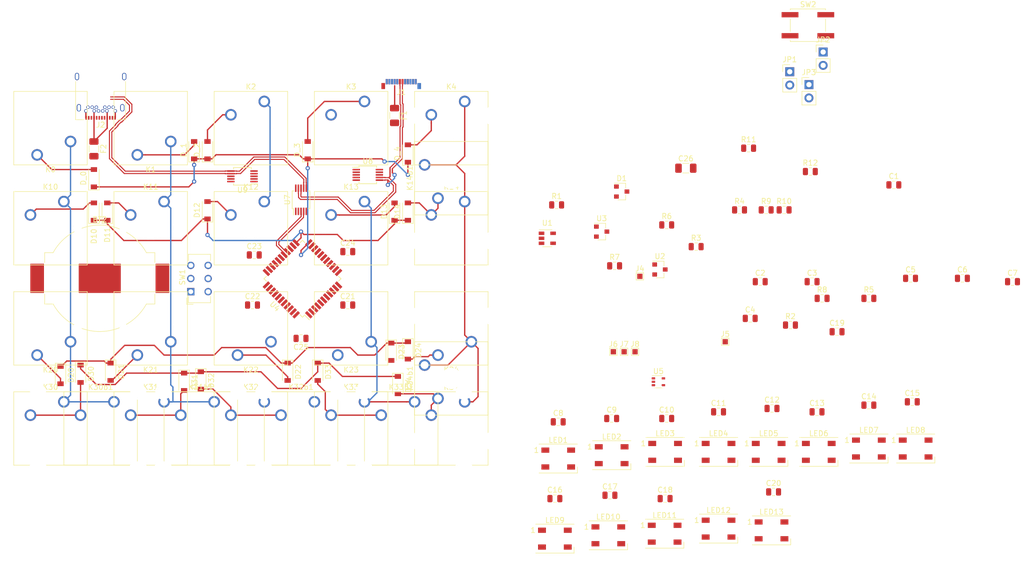
<source format=kicad_pcb>
(kicad_pcb (version 20171130) (host pcbnew 5.0.1-33cea8e~66~ubuntu18.04.1)
  (layers (0 F.Cu signal) (31 B.Cu signal) (34 B.Paste user) (35 F.Paste user) (36 B.SilkS user) (37 F.SilkS user) (38 B.Mask user) (39 F.Mask user) (44 Edge.Cuts user))
  (net 0 "")
  (net 1 +5V)
  (net 2 GND)
  (net 3 /BAT_LI_ION)
  (net 4 "Net-(C3-Pad2)")
  (net 5 +3V3)
  (net 6 VCC)
  (net 7 "Net-(D1-Pad3)")
  (net 8 "Net-(D1-Pad2)")
  (net 9 "Net-(D1-Pad1)")
  (net 10 "Net-(D10-Pad2)")
  (net 11 /ROW1)
  (net 12 "Net-(D11-Pad2)")
  (net 13 "Net-(D12-Pad2)")
  (net 14 "Net-(D13-Pad2)")
  (net 15 "Net-(D14-Pad2)")
  (net 16 "Net-(D20-Pad2)")
  (net 17 /ROW2)
  (net 18 "Net-(D21-Pad2)")
  (net 19 "Net-(D22-Pad2)")
  (net 20 "Net-(D23-Pad2)")
  (net 21 "Net-(D24-Pad2)")
  (net 22 /ROW3)
  (net 23 "Net-(D30-Pad2)")
  (net 24 "Net-(D31-Pad2)")
  (net 25 "Net-(D32-Pad2)")
  (net 26 "Net-(D33-Pad2)")
  (net 27 "Net-(D34-Pad2)")
  (net 28 /ROW0)
  (net 29 "Net-(D_0-Pad2)")
  (net 30 "Net-(D_1-Pad2)")
  (net 31 "Net-(D_2-Pad2)")
  (net 32 "Net-(D_3-Pad2)")
  (net 33 "Net-(D_4-Pad2)")
  (net 34 VBUS)
  (net 35 "Net-(J1-PadA2)")
  (net 36 "Net-(J1-PadA3)")
  (net 37 "Net-(J1-PadA5)")
  (net 38 /USB_L_D+)
  (net 39 /USB_L_D-)
  (net 40 "Net-(J1-PadA8)")
  (net 41 "Net-(J1-PadA10)")
  (net 42 "Net-(J1-PadA11)")
  (net 43 "Net-(J1-PadS1)")
  (net 44 "Net-(J1-PadB2)")
  (net 45 "Net-(J1-PadB3)")
  (net 46 "Net-(J1-PadB8)")
  (net 47 "Net-(J1-PadB10)")
  (net 48 "Net-(J1-PadB11)")
  (net 49 "Net-(J2-PadS1)")
  (net 50 "Net-(J2-PadA2)")
  (net 51 "Net-(J2-PadA3)")
  (net 52 "Net-(J2-PadA5)")
  (net 53 /USB_R_D+)
  (net 54 /USB_R_D-)
  (net 55 "Net-(J2-PadA10)")
  (net 56 "Net-(J2-PadA8)")
  (net 57 "Net-(J2-PadA11)")
  (net 58 "Net-(J2-PadB2)")
  (net 59 "Net-(J2-PadB3)")
  (net 60 "Net-(J2-PadB8)")
  (net 61 "Net-(J2-PadB10)")
  (net 62 "Net-(J2-PadB11)")
  (net 63 /D4)
  (net 64 /D5)
  (net 65 /A6)
  (net 66 /A7)
  (net 67 /B0)
  (net 68 "Net-(K0-Pad2)")
  (net 69 "Net-(K1-Pad2)")
  (net 70 "Net-(K12-Pad1)")
  (net 71 "Net-(K13-Pad1)")
  (net 72 "Net-(K14-Pad1)")
  (net 73 "Net-(R1-Pad1)")
  (net 74 /BAT_PROG)
  (net 75 /BAT_LVL)
  (net 76 /VBUS_CHECK)
  (net 77 /SDA)
  (net 78 /SCL)
  (net 79 /RST)
  (net 80 /BAT_STAT)
  (net 81 /BATT_IN)
  (net 82 /COL5)
  (net 83 /CE)
  (net 84 /IRQ)
  (net 85 /UNDER_LED)
  (net 86 /CSN)
  (net 87 /MOSI)
  (net 88 /MISO)
  (net 89 /SCK)
  (net 90 /D-)
  (net 91 /D+)
  (net 92 /USB_SEL)
  (net 93 /I2C_RIGHT)
  (net 94 /PDI)
  (net 95 /I2C_LEFT)
  (net 96 /USB_OE)
  (net 97 /COL2)
  (net 98 /COL1)
  (net 99 /COL0)
  (net 100 /COL3)
  (net 101 /COL4)
  (net 102 "Net-(LED1-Pad4)")
  (net 103 "Net-(LED1-Pad2)")
  (net 104 "Net-(LED2-Pad2)")
  (net 105 "Net-(LED3-Pad2)")
  (net 106 "Net-(LED4-Pad2)")
  (net 107 "Net-(LED5-Pad2)")
  (net 108 "Net-(LED6-Pad2)")
  (net 109 "Net-(LED7-Pad2)")
  (net 110 "Net-(LED8-Pad2)")
  (net 111 "Net-(LED10-Pad4)")
  (net 112 "Net-(LED10-Pad2)")
  (net 113 "Net-(LED11-Pad2)")
  (net 114 "Net-(LED12-Pad2)")
  (net 115 "Net-(LED13-Pad2)")
  (net 116 +BATT)
  (net 117 "Net-(SW1-Pad3)")
  (net 118 "Net-(SW1-Pad6)")
  (net 119 "Net-(U8-Pad8)")
  (net 120 "Net-(U8-Pad9)")
  (net 121 "Net-(U9-Pad9)")
  (net 122 "Net-(U9-Pad8)")
  (module Capacitor_SMD:C_0805_2012Metric (layer F.Cu) (at 217.4725 74.295)
    (fp_text reference C1 (at 0 -1.65) (layer F.SilkS))
    (fp_text value 4.7uF)
    (pad 1 smd roundrect (at -0.9375 0) (size 0.975 1.4) (layers F.Cu F.Paste F.Mask) (net 1 +5V))
    (pad 2 smd roundrect (at 0.9375 0) (size 0.975 1.4) (layers F.Cu F.Paste F.Mask) (net 2 GND))
  )
  (module Capacitor_SMD:C_0805_2012Metric (layer F.Cu) (at 192.0725 92.71)
    (fp_text reference C2 (at 0 -1.65) (layer F.SilkS))
    (fp_text value 4.7uF)
    (pad 2 smd roundrect (at 0.9375 0) (size 0.975 1.4) (layers F.Cu F.Paste F.Mask) (net 2 GND))
    (pad 1 smd roundrect (at -0.9375 0) (size 0.975 1.4) (layers F.Cu F.Paste F.Mask) (net 3 /BAT_LI_ION))
  )
  (module Capacitor_SMD:C_0805_2012Metric (layer F.Cu) (at 201.93 92.71)
    (fp_text reference C3 (at 0 -1.65) (layer F.SilkS))
    (fp_text value 1uF)
    (pad 1 smd roundrect (at -0.9375 0) (size 0.975 1.4) (layers F.Cu F.Paste F.Mask) (net 2 GND))
    (pad 2 smd roundrect (at 0.9375 0) (size 0.975 1.4) (layers F.Cu F.Paste F.Mask) (net 4 "Net-(C3-Pad2)"))
  )
  (module Capacitor_SMD:C_0805_2012Metric (layer F.Cu) (at 190.1675 99.695)
    (fp_text reference C4 (at 0 -1.65) (layer F.SilkS))
    (fp_text value 1uF)
    (pad 1 smd roundrect (at -0.9375 0) (size 0.975 1.4) (layers F.Cu F.Paste F.Mask) (net 2 GND))
    (pad 2 smd roundrect (at 0.9375 0) (size 0.975 1.4) (layers F.Cu F.Paste F.Mask) (net 5 +3V3))
  )
  (module Capacitor_SMD:C_0805_2012Metric (layer F.Cu) (at 220.6475 92.075)
    (fp_text reference C5 (at 0 -1.65) (layer F.SilkS))
    (fp_text value 0.1uF)
    (pad 1 smd roundrect (at -0.9375 0) (size 0.975 1.4) (layers F.Cu F.Paste F.Mask) (net 5 +3V3))
    (pad 2 smd roundrect (at 0.9375 0) (size 0.975 1.4) (layers F.Cu F.Paste F.Mask) (net 2 GND))
  )
  (module Capacitor_SMD:C_0805_2012Metric (layer F.Cu) (at 230.505 92.075)
    (fp_text reference C6 (at 0 -1.65) (layer F.SilkS))
    (fp_text value 0.1uF)
    (pad 1 smd roundrect (at -0.9375 0) (size 0.975 1.4) (layers F.Cu F.Paste F.Mask) (net 5 +3V3))
    (pad 2 smd roundrect (at 0.9375 0) (size 0.975 1.4) (layers F.Cu F.Paste F.Mask) (net 2 GND))
  )
  (module Capacitor_SMD:C_0805_2012Metric (layer F.Cu) (at 240.03 92.71)
    (fp_text reference C7 (at 0 -1.65) (layer F.SilkS))
    (fp_text value 0.1uF)
    (pad 2 smd roundrect (at 0.9375 0) (size 0.975 1.4) (layers F.Cu F.Paste F.Mask) (net 2 GND))
    (pad 1 smd roundrect (at -0.9375 0) (size 0.975 1.4) (layers F.Cu F.Paste F.Mask) (net 5 +3V3))
  )
  (module Capacitor_SMD:C_0805_2012Metric (layer F.Cu) (at 153.67 119.38)
    (fp_text reference C8 (at 0 -1.65) (layer F.SilkS))
    (fp_text value 0.1uF)
    (pad 1 smd roundrect (at -0.9375 0) (size 0.975 1.4) (layers F.Cu F.Paste F.Mask) (net 1 +5V))
    (pad 2 smd roundrect (at 0.9375 0) (size 0.975 1.4) (layers F.Cu F.Paste F.Mask) (net 2 GND))
  )
  (module Capacitor_SMD:C_0805_2012Metric (layer F.Cu) (at 163.83 118.745)
    (fp_text reference C9 (at 0 -1.65) (layer F.SilkS))
    (fp_text value 0.1uF)
    (pad 2 smd roundrect (at 0.9375 0) (size 0.975 1.4) (layers F.Cu F.Paste F.Mask) (net 2 GND))
    (pad 1 smd roundrect (at -0.9375 0) (size 0.975 1.4) (layers F.Cu F.Paste F.Mask) (net 1 +5V))
  )
  (module Capacitor_SMD:C_0805_2012Metric (layer F.Cu) (at 174.2925 118.745)
    (fp_text reference C10 (at 0 -1.65) (layer F.SilkS))
    (fp_text value 0.1uF)
    (pad 1 smd roundrect (at -0.9375 0) (size 0.975 1.4) (layers F.Cu F.Paste F.Mask) (net 1 +5V))
    (pad 2 smd roundrect (at 0.9375 0) (size 0.975 1.4) (layers F.Cu F.Paste F.Mask) (net 2 GND))
  )
  (module Capacitor_SMD:C_0805_2012Metric (layer F.Cu) (at 184.15 117.475)
    (fp_text reference C11 (at 0 -1.65) (layer F.SilkS))
    (fp_text value 0.1uF)
    (pad 2 smd roundrect (at 0.9375 0) (size 0.975 1.4) (layers F.Cu F.Paste F.Mask) (net 2 GND))
    (pad 1 smd roundrect (at -0.9375 0) (size 0.975 1.4) (layers F.Cu F.Paste F.Mask) (net 1 +5V))
  )
  (module Capacitor_SMD:C_0805_2012Metric (layer F.Cu) (at 194.31 116.84)
    (fp_text reference C12 (at 0 -1.65) (layer F.SilkS))
    (fp_text value 0.1uF)
    (pad 2 smd roundrect (at 0.9375 0) (size 0.975 1.4) (layers F.Cu F.Paste F.Mask) (net 2 GND))
    (pad 1 smd roundrect (at -0.9375 0) (size 0.975 1.4) (layers F.Cu F.Paste F.Mask) (net 1 +5V))
  )
  (module Capacitor_SMD:C_0805_2012Metric (layer F.Cu) (at 202.8675 117.475)
    (fp_text reference C13 (at 0 -1.65) (layer F.SilkS))
    (fp_text value 0.1uF)
    (pad 1 smd roundrect (at -0.9375 0) (size 0.975 1.4) (layers F.Cu F.Paste F.Mask) (net 1 +5V))
    (pad 2 smd roundrect (at 0.9375 0) (size 0.975 1.4) (layers F.Cu F.Paste F.Mask) (net 2 GND))
  )
  (module Capacitor_SMD:C_0805_2012Metric (layer F.Cu) (at 212.725 116.205)
    (fp_text reference C14 (at 0 -1.65) (layer F.SilkS))
    (fp_text value 0.1uF)
    (pad 2 smd roundrect (at 0.9375 0) (size 0.975 1.4) (layers F.Cu F.Paste F.Mask) (net 2 GND))
    (pad 1 smd roundrect (at -0.9375 0) (size 0.975 1.4) (layers F.Cu F.Paste F.Mask) (net 1 +5V))
  )
  (module Capacitor_SMD:C_0805_2012Metric (layer F.Cu) (at 220.98 115.57)
    (fp_text reference C15 (at 0 -1.65) (layer F.SilkS))
    (fp_text value 0.1uF)
    (pad 2 smd roundrect (at 0.9375 0) (size 0.975 1.4) (layers F.Cu F.Paste F.Mask) (net 2 GND))
    (pad 1 smd roundrect (at -0.9375 0) (size 0.975 1.4) (layers F.Cu F.Paste F.Mask) (net 1 +5V))
  )
  (module Capacitor_SMD:C_0805_2012Metric (layer F.Cu) (at 153.035 133.985)
    (fp_text reference C16 (at 0 -1.65) (layer F.SilkS))
    (fp_text value 0.1uF)
    (pad 1 smd roundrect (at -0.9375 0) (size 0.975 1.4) (layers F.Cu F.Paste F.Mask) (net 1 +5V))
    (pad 2 smd roundrect (at 0.9375 0) (size 0.975 1.4) (layers F.Cu F.Paste F.Mask) (net 2 GND))
  )
  (module Capacitor_SMD:C_0805_2012Metric (layer F.Cu) (at 163.4975 133.35)
    (fp_text reference C17 (at 0 -1.65) (layer F.SilkS))
    (fp_text value 0.1uF)
    (pad 1 smd roundrect (at -0.9375 0) (size 0.975 1.4) (layers F.Cu F.Paste F.Mask) (net 1 +5V))
    (pad 2 smd roundrect (at 0.9375 0) (size 0.975 1.4) (layers F.Cu F.Paste F.Mask) (net 2 GND))
  )
  (module Capacitor_SMD:C_0805_2012Metric (layer F.Cu) (at 173.99 133.985)
    (fp_text reference C18 (at 0 -1.65) (layer F.SilkS))
    (fp_text value 0.1uF)
    (pad 2 smd roundrect (at 0.9375 0) (size 0.975 1.4) (layers F.Cu F.Paste F.Mask) (net 2 GND))
    (pad 1 smd roundrect (at -0.9375 0) (size 0.975 1.4) (layers F.Cu F.Paste F.Mask) (net 1 +5V))
  )
  (module Capacitor_SMD:C_0805_2012Metric (layer F.Cu) (at 206.6775 102.235)
    (fp_text reference C19 (at 0 -1.65) (layer F.SilkS))
    (fp_text value 0.1uF)
    (pad 2 smd roundrect (at 0.9375 0) (size 0.975 1.4) (layers F.Cu F.Paste F.Mask) (net 2 GND))
    (pad 1 smd roundrect (at -0.9375 0) (size 0.975 1.4) (layers F.Cu F.Paste F.Mask) (net 1 +5V))
  )
  (module Capacitor_SMD:C_0805_2012Metric (layer F.Cu) (at 194.6125 132.715)
    (fp_text reference C20 (at 0 -1.65) (layer F.SilkS))
    (fp_text value 0.1uF)
    (pad 1 smd roundrect (at -0.9375 0) (size 0.975 1.4) (layers F.Cu F.Paste F.Mask) (net 1 +5V))
    (pad 2 smd roundrect (at 0.9375 0) (size 0.975 1.4) (layers F.Cu F.Paste F.Mask) (net 2 GND))
  )
  (module Capacitor_SMD:C_0805_2012Metric (layer F.Cu) (at 113.665 97.155)
    (fp_text reference C21 (at 0 -1.65) (layer F.SilkS))
    (fp_text value 0.1uF)
    (pad 2 smd roundrect (at 0.9375 0) (size 0.975 1.4) (layers F.Cu F.Paste F.Mask) (net 6 VCC))
    (pad 1 smd roundrect (at -0.9375 0) (size 0.975 1.4) (layers F.Cu F.Paste F.Mask) (net 2 GND))
  )
  (module Capacitor_SMD:C_0805_2012Metric (layer F.Cu) (at 95.5525 97.155)
    (fp_text reference C22 (at 0 -1.65) (layer F.SilkS))
    (fp_text value 0.1uF)
    (pad 1 smd roundrect (at -0.9375 0) (size 0.975 1.4) (layers F.Cu F.Paste F.Mask) (net 2 GND))
    (pad 2 smd roundrect (at 0.9375 0) (size 0.975 1.4) (layers F.Cu F.Paste F.Mask) (net 6 VCC))
  )
  (module Capacitor_SMD:C_0805_2012Metric (layer F.Cu) (at 95.885 87.63)
    (fp_text reference C23 (at 0 -1.65) (layer F.SilkS))
    (fp_text value 0.1uF)
    (pad 2 smd roundrect (at 0.9375 0) (size 0.975 1.4) (layers F.Cu F.Paste F.Mask) (net 6 VCC))
    (pad 1 smd roundrect (at -0.9375 0) (size 0.975 1.4) (layers F.Cu F.Paste F.Mask) (net 2 GND))
  )
  (module Capacitor_SMD:C_0805_2012Metric (layer F.Cu) (at 113.665 86.995)
    (fp_text reference C24 (at 0 -1.65) (layer F.SilkS))
    (fp_text value 0.1uF)
    (pad 1 smd roundrect (at -0.9375 0) (size 0.975 1.4) (layers F.Cu F.Paste F.Mask) (net 2 GND))
    (pad 2 smd roundrect (at 0.9375 0) (size 0.975 1.4) (layers F.Cu F.Paste F.Mask) (net 6 VCC))
  )
  (module Capacitor_SMD:C_0805_2012Metric (layer F.Cu) (at 104.775 103.505 180)
    (fp_text reference C25 (at 0 -1.65 180) (layer F.SilkS))
    (fp_text value 10uF)
    (pad 2 smd roundrect (at 0.9375 0 180) (size 0.975 1.4) (layers F.Cu F.Paste F.Mask) (net 6 VCC))
    (pad 1 smd roundrect (at -0.9375 0 180) (size 0.975 1.4) (layers F.Cu F.Paste F.Mask) (net 2 GND))
  )
  (module Capacitor_SMD:C_1206_3216Metric (layer F.Cu) (at 177.93 71.12)
    (fp_text reference C26 (at 0 -1.82) (layer F.SilkS))
    (fp_text value 47uF)
    (pad 1 smd roundrect (at -1.4 0) (size 1.25 1.75) (layers F.Cu F.Paste F.Mask) (roundrect_rratio 0.2) (net 2 GND))
    (pad 2 smd roundrect (at 1.4 0) (size 1.25 1.75) (layers F.Cu F.Paste F.Mask) (roundrect_rratio 0.2) (net 6 VCC))
  )
  (module Package_TO_SOT_SMD:SOT-23 (layer F.Cu) (at 165.735 75.565)
    (fp_text reference D1 (at 0 -2.5) (layer F.SilkS))
    (fp_text value D_Schottky_x2_KCom_AAK)
    (pad 3 smd rect (at 1 0) (size 0.9 0.8) (layers F.Cu F.Paste F.Mask) (net 7 "Net-(D1-Pad3)"))
    (pad 2 smd rect (at -1 0.95) (size 0.9 0.8) (layers F.Cu F.Paste F.Mask) (net 8 "Net-(D1-Pad2)"))
    (pad 1 smd rect (at -1 -0.95) (size 0.9 0.8) (layers F.Cu F.Paste F.Mask) (net 9 "Net-(D1-Pad1)"))
  )
  (module Diode_SMD:D_SOD-123 (layer F.Cu) (at 65.405 79.375 90)
    (fp_text reference D10 (at -4.7 0 90) (layer F.SilkS))
    (fp_text value D)
    (pad 2 smd rect (at 1.65 0 90) (size 0.9 1.2) (layers F.Cu F.Paste F.Mask) (net 10 "Net-(D10-Pad2)"))
    (pad 1 smd rect (at -1.65 0 90) (size 0.9 1.2) (layers F.Cu F.Paste F.Mask) (net 11 /ROW1))
  )
  (module Diode_SMD:D_SOD-123 (layer F.Cu) (at 67.945 79.375 90)
    (fp_text reference D11 (at -4.445 0 90) (layer F.SilkS))
    (fp_text value D)
    (pad 1 smd rect (at -1.65 0 90) (size 0.9 1.2) (layers F.Cu F.Paste F.Mask) (net 11 /ROW1))
    (pad 2 smd rect (at 1.65 0 90) (size 0.9 1.2) (layers F.Cu F.Paste F.Mask) (net 12 "Net-(D11-Pad2)"))
  )
  (module Diode_SMD:D_SOD-123 (layer F.Cu) (at 86.995 79.12 90)
    (fp_text reference D12 (at 0 -2 90) (layer F.SilkS))
    (fp_text value D)
    (pad 2 smd rect (at 1.65 0 90) (size 0.9 1.2) (layers F.Cu F.Paste F.Mask) (net 13 "Net-(D12-Pad2)"))
    (pad 1 smd rect (at -1.65 0 90) (size 0.9 1.2) (layers F.Cu F.Paste F.Mask) (net 11 /ROW1))
  )
  (module Diode_SMD:D_SOD-123 (layer F.Cu) (at 122.555 79.375 90)
    (fp_text reference D13 (at 0 -2 90) (layer F.SilkS))
    (fp_text value D)
    (pad 2 smd rect (at 1.65 0 90) (size 0.9 1.2) (layers F.Cu F.Paste F.Mask) (net 14 "Net-(D13-Pad2)"))
    (pad 1 smd rect (at -1.65 0 90) (size 0.9 1.2) (layers F.Cu F.Paste F.Mask) (net 11 /ROW1))
  )
  (module Diode_SMD:D_SOD-123 (layer F.Cu) (at 125.095 79.375 90)
    (fp_text reference D14 (at 0 -2 90) (layer F.SilkS))
    (fp_text value D)
    (pad 1 smd rect (at -1.65 0 90) (size 0.9 1.2) (layers F.Cu F.Paste F.Mask) (net 11 /ROW1))
    (pad 2 smd rect (at 1.65 0 90) (size 0.9 1.2) (layers F.Cu F.Paste F.Mask) (net 15 "Net-(D14-Pad2)"))
  )
  (module Diode_SMD:D_SOD-123 (layer F.Cu) (at 59.055 110.49 270)
    (fp_text reference D20 (at 0 -2 270) (layer F.SilkS))
    (fp_text value D)
    (pad 2 smd rect (at 1.65 0 270) (size 0.9 1.2) (layers F.Cu F.Paste F.Mask) (net 16 "Net-(D20-Pad2)"))
    (pad 1 smd rect (at -1.65 0 270) (size 0.9 1.2) (layers F.Cu F.Paste F.Mask) (net 17 /ROW2))
  )
  (module Diode_SMD:D_SOD-123 (layer F.Cu) (at 68.58 109.855 270)
    (fp_text reference D21 (at 0 -2 270) (layer F.SilkS))
    (fp_text value D)
    (pad 1 smd rect (at -1.65 0 270) (size 0.9 1.2) (layers F.Cu F.Paste F.Mask) (net 17 /ROW2))
    (pad 2 smd rect (at 1.65 0 270) (size 0.9 1.2) (layers F.Cu F.Paste F.Mask) (net 18 "Net-(D21-Pad2)"))
  )
  (module Diode_SMD:D_SOD-123 (layer F.Cu) (at 102.235 109.855 270)
    (fp_text reference D22 (at 0 -2 270) (layer F.SilkS))
    (fp_text value D)
    (pad 1 smd rect (at -1.65 0 270) (size 0.9 1.2) (layers F.Cu F.Paste F.Mask) (net 17 /ROW2))
    (pad 2 smd rect (at 1.65 0 270) (size 0.9 1.2) (layers F.Cu F.Paste F.Mask) (net 19 "Net-(D22-Pad2)"))
  )
  (module Diode_SMD:D_SOD-123 (layer F.Cu) (at 121.92 106.045 270)
    (fp_text reference D23 (at 0 -2 270) (layer F.SilkS))
    (fp_text value D)
    (pad 1 smd rect (at -1.65 0 270) (size 0.9 1.2) (layers F.Cu F.Paste F.Mask) (net 17 /ROW2))
    (pad 2 smd rect (at 1.65 0 270) (size 0.9 1.2) (layers F.Cu F.Paste F.Mask) (net 20 "Net-(D23-Pad2)"))
  )
  (module Diode_SMD:D_SOD-123 (layer F.Cu) (at 125.095 105.79 270)
    (fp_text reference D24 (at 0 -2 270) (layer F.SilkS))
    (fp_text value D)
    (pad 1 smd rect (at -1.65 0 270) (size 0.9 1.2) (layers F.Cu F.Paste F.Mask) (net 17 /ROW2))
    (pad 2 smd rect (at 1.65 0 270) (size 0.9 1.2) (layers F.Cu F.Paste F.Mask) (net 21 "Net-(D24-Pad2)"))
  )
  (module Diode_SMD:D_SOD-123 (layer F.Cu) (at 62.865 110.235 270)
    (fp_text reference D30 (at 0 -2 270) (layer F.SilkS))
    (fp_text value D)
    (pad 1 smd rect (at -1.65 0 270) (size 0.9 1.2) (layers F.Cu F.Paste F.Mask) (net 22 /ROW3))
    (pad 2 smd rect (at 1.65 0 270) (size 0.9 1.2) (layers F.Cu F.Paste F.Mask) (net 23 "Net-(D30-Pad2)"))
  )
  (module Diode_SMD:D_SOD-123 (layer F.Cu) (at 82.55 111.76 270)
    (fp_text reference D31 (at 0 -2 270) (layer F.SilkS))
    (fp_text value D)
    (pad 2 smd rect (at 1.65 0 270) (size 0.9 1.2) (layers F.Cu F.Paste F.Mask) (net 24 "Net-(D31-Pad2)"))
    (pad 1 smd rect (at -1.65 0 270) (size 0.9 1.2) (layers F.Cu F.Paste F.Mask) (net 22 /ROW3))
  )
  (module Diode_SMD:D_SOD-123 (layer F.Cu) (at 85.725 111.505 270)
    (fp_text reference D32 (at 0 -2 270) (layer F.SilkS))
    (fp_text value D)
    (pad 2 smd rect (at 1.65 0 270) (size 0.9 1.2) (layers F.Cu F.Paste F.Mask) (net 25 "Net-(D32-Pad2)"))
    (pad 1 smd rect (at -1.65 0 270) (size 0.9 1.2) (layers F.Cu F.Paste F.Mask) (net 22 /ROW3))
  )
  (module Diode_SMD:D_SOD-123 (layer F.Cu) (at 107.95 109.855 270)
    (fp_text reference D33 (at 0 -2 270) (layer F.SilkS))
    (fp_text value D)
    (pad 2 smd rect (at 1.65 0 270) (size 0.9 1.2) (layers F.Cu F.Paste F.Mask) (net 26 "Net-(D33-Pad2)"))
    (pad 1 smd rect (at -1.65 0 270) (size 0.9 1.2) (layers F.Cu F.Paste F.Mask) (net 22 /ROW3))
  )
  (module Diode_SMD:D_SOD-123 (layer F.Cu) (at 123.19 112.395 270)
    (fp_text reference D34 (at 0 -2 270) (layer F.SilkS))
    (fp_text value D)
    (pad 2 smd rect (at 1.65 0 270) (size 0.9 1.2) (layers F.Cu F.Paste F.Mask) (net 27 "Net-(D34-Pad2)"))
    (pad 1 smd rect (at -1.65 0 270) (size 0.9 1.2) (layers F.Cu F.Paste F.Mask) (net 22 /ROW3))
  )
  (module Diode_SMD:D_SOD-123 (layer F.Cu) (at 65.405 73.025 90)
    (fp_text reference D_0 (at 0 -2 90) (layer F.SilkS))
    (fp_text value D)
    (pad 1 smd rect (at -1.65 0 90) (size 0.9 1.2) (layers F.Cu F.Paste F.Mask) (net 28 /ROW0))
    (pad 2 smd rect (at 1.65 0 90) (size 0.9 1.2) (layers F.Cu F.Paste F.Mask) (net 29 "Net-(D_0-Pad2)"))
  )
  (module Diode_SMD:D_SOD-123 (layer F.Cu) (at 84.455 67.69 90)
    (fp_text reference D_1 (at 0 -2 90) (layer F.SilkS))
    (fp_text value D)
    (pad 2 smd rect (at 1.65 0 90) (size 0.9 1.2) (layers F.Cu F.Paste F.Mask) (net 30 "Net-(D_1-Pad2)"))
    (pad 1 smd rect (at -1.65 0 90) (size 0.9 1.2) (layers F.Cu F.Paste F.Mask) (net 28 /ROW0))
  )
  (module Diode_SMD:D_SOD-123 (layer F.Cu) (at 86.995 67.69 90)
    (fp_text reference D_2 (at 0 -2 90) (layer F.SilkS))
    (fp_text value D)
    (pad 1 smd rect (at -1.65 0 90) (size 0.9 1.2) (layers F.Cu F.Paste F.Mask) (net 28 /ROW0))
    (pad 2 smd rect (at 1.65 0 90) (size 0.9 1.2) (layers F.Cu F.Paste F.Mask) (net 31 "Net-(D_2-Pad2)"))
  )
  (module Diode_SMD:D_SOD-123 (layer F.Cu) (at 106.045 67.69 90)
    (fp_text reference D_3 (at 0 -2 90) (layer F.SilkS))
    (fp_text value D)
    (pad 2 smd rect (at 1.65 0 90) (size 0.9 1.2) (layers F.Cu F.Paste F.Mask) (net 32 "Net-(D_3-Pad2)"))
    (pad 1 smd rect (at -1.65 0 90) (size 0.9 1.2) (layers F.Cu F.Paste F.Mask) (net 28 /ROW0))
  )
  (module Diode_SMD:D_SOD-123 (layer F.Cu) (at 125.095 68.325 90)
    (fp_text reference D_4 (at 0 -2 90) (layer F.SilkS))
    (fp_text value D)
    (pad 1 smd rect (at -1.65 0 90) (size 0.9 1.2) (layers F.Cu F.Paste F.Mask) (net 28 /ROW0))
    (pad 2 smd rect (at 1.65 0 90) (size 0.9 1.2) (layers F.Cu F.Paste F.Mask) (net 33 "Net-(D_4-Pad2)"))
  )
  (module Resistor_SMD:R_1206_3216Metric (layer F.Cu) (at 122.555 61.09 270)
    (fp_text reference F1 (at 0 -1.82 270) (layer F.SilkS))
    (fp_text value Fuse)
    (pad 1 smd roundrect (at -1.4 0 270) (size 1.25 1.75) (layers F.Cu F.Paste F.Mask) (roundrect_rratio 0.2) (net 34 VBUS))
    (pad 2 smd roundrect (at 1.4 0 270) (size 1.25 1.75) (layers F.Cu F.Paste F.Mask) (roundrect_rratio 0.2) (net 1 +5V))
  )
  (module Resistor_SMD:R_1206_3216Metric (layer F.Cu) (at 65.405 67.44 270)
    (fp_text reference F2 (at 0 -1.82 270) (layer F.SilkS))
    (fp_text value Fuse)
    (pad 2 smd roundrect (at 1.4 0 270) (size 1.25 1.75) (layers F.Cu F.Paste F.Mask) (roundrect_rratio 0.2) (net 1 +5V))
    (pad 1 smd roundrect (at -1.4 0 270) (size 1.25 1.75) (layers F.Cu F.Paste F.Mask) (roundrect_rratio 0.2) (net 34 VBUS))
  )
  (module Connector_USB:USB_C_Plug_Molex_105444 (layer F.Cu) (at 123.825 54.61)
    (fp_text reference J1 (at 0 2.04) (layer F.SilkS))
    (fp_text value USB_C_Receptacle)
    (pad A1 smd rect (at -2.75 0.04) (size 0.38 1) (layers F.Cu F.Paste F.Mask) (net 2 GND))
    (pad A2 smd rect (at -2.25 0.04) (size 0.38 1) (layers F.Cu F.Paste F.Mask) (net 35 "Net-(J1-PadA2)"))
    (pad A3 smd rect (at -1.75 0.04) (size 0.38 1) (layers F.Cu F.Paste F.Mask) (net 36 "Net-(J1-PadA3)"))
    (pad A4 smd rect (at -1.25 0.04) (size 0.38 1) (layers F.Cu F.Paste F.Mask) (net 34 VBUS))
    (pad A5 smd rect (at -0.75 0.04) (size 0.38 1) (layers F.Cu F.Paste F.Mask) (net 37 "Net-(J1-PadA5)"))
    (pad A6 smd rect (at -0.25 0.04) (size 0.38 1) (layers F.Cu F.Paste F.Mask) (net 38 /USB_L_D+))
    (pad A7 smd rect (at 0.25 0.04) (size 0.38 1) (layers F.Cu F.Paste F.Mask) (net 39 /USB_L_D-))
    (pad A8 smd rect (at 0.75 0.04) (size 0.38 1) (layers F.Cu F.Paste F.Mask) (net 40 "Net-(J1-PadA8)"))
    (pad A9 smd rect (at 1.25 0.04) (size 0.38 1) (layers F.Cu F.Paste F.Mask) (net 34 VBUS))
    (pad A10 smd rect (at 1.75 0.04) (size 0.38 1) (layers F.Cu F.Paste F.Mask) (net 41 "Net-(J1-PadA10)"))
    (pad A11 smd rect (at 2.25 0.04) (size 0.38 1) (layers F.Cu F.Paste F.Mask) (net 42 "Net-(J1-PadA11)"))
    (pad A12 smd rect (at 2.75 0.04) (size 0.38 1) (layers F.Cu F.Paste F.Mask) (net 2 GND))
    (pad S1 smd rect (at -3.42 0.88) (size 0.7 1.15) (layers F.Cu F.Paste F.Mask) (net 43 "Net-(J1-PadS1)"))
    (pad S1 smd rect (at 3.42 0.88) (size 0.7 1.15) (layers B.Cu B.Paste B.Mask) (net 43 "Net-(J1-PadS1)"))
    (pad B1 smd rect (at 2.75 0.04) (size 0.38 1) (layers B.Cu B.Paste B.Mask) (net 2 GND))
    (pad B2 smd rect (at 2.25 0.04) (size 0.38 1) (layers B.Cu B.Paste B.Mask) (net 44 "Net-(J1-PadB2)"))
    (pad B3 smd rect (at 1.75 0.04) (size 0.38 1) (layers B.Cu B.Paste B.Mask) (net 45 "Net-(J1-PadB3)"))
    (pad B4 smd rect (at 1.25 0.04) (size 0.38 1) (layers B.Cu B.Paste B.Mask) (net 34 VBUS))
    (pad B5 smd rect (at 0.75 0.04) (size 0.38 1) (layers B.Cu B.Paste B.Mask) (net 45 "Net-(J1-PadB3)"))
    (pad B8 smd rect (at -0.75 0.04) (size 0.38 1) (layers B.Cu B.Paste B.Mask) (net 46 "Net-(J1-PadB8)"))
    (pad B9 smd rect (at -1.25 0.04) (size 0.38 1) (layers B.Cu B.Paste B.Mask) (net 34 VBUS))
    (pad B10 smd rect (at -1.75 0.04) (size 0.38 1) (layers B.Cu B.Paste B.Mask) (net 47 "Net-(J1-PadB10)"))
    (pad B11 smd rect (at -2.25 0.04) (size 0.38 1) (layers B.Cu B.Paste B.Mask) (net 48 "Net-(J1-PadB11)"))
    (pad B12 smd rect (at -2.75 0.04) (size 0.38 1) (layers B.Cu B.Paste B.Mask) (net 2 GND))
  )
  (module Connector_USB:USB_C_Receptacle_Amphenol_12401548E4-2A (layer F.Cu) (at 66.675 56.515 180)
    (fp_text reference J2 (at 0 -6.36 180) (layer F.SilkS))
    (fp_text value USB_C_Receptacle)
    (pad S1 thru_hole oval (at -4.13 -3.11 180) (size 0.8 1.4) (drill oval 0.5 1.1) (layers *.Cu *.Mask) (net 49 "Net-(J2-PadS1)"))
    (pad A1 smd rect (at -2.75 -5.02 180) (size 0.3 0.7) (layers F.Cu F.Paste F.Mask) (net 2 GND))
    (pad A2 smd rect (at -2.25 -5.02 180) (size 0.3 0.7) (layers F.Cu F.Paste F.Mask) (net 50 "Net-(J2-PadA2)"))
    (pad A3 smd rect (at -1.75 -5.02 180) (size 0.3 0.7) (layers F.Cu F.Paste F.Mask) (net 51 "Net-(J2-PadA3)"))
    (pad A4 smd rect (at -1.25 -5.02 180) (size 0.3 0.7) (layers F.Cu F.Paste F.Mask) (net 34 VBUS))
    (pad A5 smd rect (at -0.75 -5.02 180) (size 0.3 0.7) (layers F.Cu F.Paste F.Mask) (net 52 "Net-(J2-PadA5)"))
    (pad A6 smd rect (at -0.25 -5.02 180) (size 0.3 0.7) (layers F.Cu F.Paste F.Mask) (net 53 /USB_R_D+))
    (pad A7 smd rect (at 0.25 -5.02 180) (size 0.3 0.7) (layers F.Cu F.Paste F.Mask) (net 54 /USB_R_D-))
    (pad A12 smd rect (at 2.75 -5.02 180) (size 0.3 0.7) (layers F.Cu F.Paste F.Mask) (net 2 GND))
    (pad A10 smd rect (at 1.75 -5.02 180) (size 0.3 0.7) (layers F.Cu F.Paste F.Mask) (net 55 "Net-(J2-PadA10)"))
    (pad A9 smd rect (at 1.25 -5.02 180) (size 0.3 0.7) (layers F.Cu F.Paste F.Mask) (net 34 VBUS))
    (pad A8 smd rect (at 0.75 -5.02 180) (size 0.3 0.7) (layers F.Cu F.Paste F.Mask) (net 56 "Net-(J2-PadA8)"))
    (pad A11 smd rect (at 2.25 -5.02 180) (size 0.3 0.7) (layers F.Cu F.Paste F.Mask) (net 57 "Net-(J2-PadA11)"))
    (pad S1 thru_hole oval (at 4.13 -3.11 180) (size 0.8 1.4) (drill oval 0.5 1.1) (layers *.Cu *.Mask) (net 49 "Net-(J2-PadS1)"))
    (pad S1 thru_hole oval (at 4.49 2.84 180) (size 0.8 1.4) (drill oval 0.5 1.1) (layers *.Cu *.Mask) (net 49 "Net-(J2-PadS1)"))
    (pad S1 thru_hole oval (at -4.49 2.84 180) (size 0.8 1.4) (drill oval 0.5 1.1) (layers *.Cu *.Mask) (net 49 "Net-(J2-PadS1)"))
    (pad "" np_thru_hole oval (at 3.6 -4.36 180) (size 0.95 0.65) (drill oval 0.95 0.65) (layers *.Cu *.Mask))
    (pad "" np_thru_hole circle (at -3.6 -4.36 180) (size 0.65 0.65) (drill 0.65) (layers *.Cu *.Mask))
    (pad B1 thru_hole circle (at 2.8 -3.71 180) (size 0.65 0.65) (drill 0.4) (layers *.Cu *.Mask) (net 2 GND))
    (pad B4 thru_hole circle (at 1.2 -3.71 180) (size 0.65 0.65) (drill 0.4) (layers *.Cu *.Mask) (net 34 VBUS))
    (pad B6 thru_hole circle (at 0.4 -3.71 180) (size 0.65 0.65) (drill 0.4) (layers *.Cu *.Mask) (net 53 /USB_R_D+))
    (pad B7 thru_hole circle (at -0.4 -3.71 180) (size 0.65 0.65) (drill 0.4) (layers *.Cu *.Mask) (net 54 /USB_R_D-))
    (pad B9 thru_hole circle (at -1.2 -3.71 180) (size 0.65 0.65) (drill 0.4) (layers *.Cu *.Mask) (net 34 VBUS))
    (pad B12 thru_hole circle (at -2.8 -3.71 180) (size 0.65 0.65) (drill 0.4) (layers *.Cu *.Mask) (net 2 GND))
    (pad B2 thru_hole circle (at 2.4 -3.01 180) (size 0.65 0.65) (drill 0.4) (layers *.Cu *.Mask) (net 58 "Net-(J2-PadB2)"))
    (pad B3 thru_hole circle (at 1.6 -3.01 180) (size 0.65 0.65) (drill 0.4) (layers *.Cu *.Mask) (net 59 "Net-(J2-PadB3)"))
    (pad B5 thru_hole circle (at 0.8 -3.01 180) (size 0.65 0.65) (drill 0.4) (layers *.Cu *.Mask) (net 59 "Net-(J2-PadB3)"))
    (pad B8 thru_hole circle (at -0.8 -3.01 180) (size 0.65 0.65) (drill 0.4) (layers *.Cu *.Mask) (net 60 "Net-(J2-PadB8)"))
    (pad B10 thru_hole circle (at -1.6 -3.01 180) (size 0.65 0.65) (drill 0.4) (layers *.Cu *.Mask) (net 61 "Net-(J2-PadB10)"))
    (pad B11 thru_hole circle (at -2.4 -3.01 180) (size 0.65 0.65) (drill 0.4) (layers *.Cu *.Mask) (net 62 "Net-(J2-PadB11)"))
  )
  (module TestPoint:TestPoint_Pad_1.0x1.0mm (layer F.Cu) (at 169.190001 91.695001)
    (fp_text reference J4 (at 0 -1.448) (layer F.SilkS))
    (fp_text value D4)
    (pad 1 smd rect (at 0 0) (size 1 1) (layers F.Cu F.Mask) (net 63 /D4))
  )
  (module TestPoint:TestPoint_Pad_1.0x1.0mm (layer F.Cu) (at 185.42 104.14)
    (fp_text reference J5 (at 0 -1.448) (layer F.SilkS))
    (fp_text value D5)
    (pad 1 smd rect (at 0 0) (size 1 1) (layers F.Cu F.Mask) (net 64 /D5))
  )
  (module TestPoint:TestPoint_Pad_1.0x1.0mm (layer F.Cu) (at 164.150001 106.045001)
    (fp_text reference J6 (at 0 -1.448) (layer F.SilkS))
    (fp_text value A6)
    (pad 1 smd rect (at 0 0) (size 1 1) (layers F.Cu F.Mask) (net 65 /A6))
  )
  (module TestPoint:TestPoint_Pad_1.0x1.0mm (layer F.Cu) (at 166.200001 106.045001)
    (fp_text reference J7 (at 0 -1.448) (layer F.SilkS))
    (fp_text value A7)
    (pad 1 smd rect (at 0 0) (size 1 1) (layers F.Cu F.Mask) (net 66 /A7))
  )
  (module TestPoint:TestPoint_Pad_1.0x1.0mm (layer F.Cu) (at 168.275 106.045)
    (fp_text reference J8 (at 0 -1.448) (layer F.SilkS))
    (fp_text value B0)
    (pad 1 smd rect (at 0 0) (size 1 1) (layers F.Cu F.Mask) (net 67 /B0))
  )
  (module Button_Switch_Keyboard:SW_Cherry_MX1A_1.00u_PCB (layer F.Cu) (at 54.61 68.58 180)
    (fp_text reference K0 (at -2.54 -2.794 180) (layer F.SilkS))
    (fp_text value K00)
    (pad "" np_thru_hole circle (at 2.54 5.08 180) (size 1.7 1.7) (drill 1.7) (layers *.Cu *.Mask))
    (pad "" np_thru_hole circle (at -7.62 5.08 180) (size 1.7 1.7) (drill 1.7) (layers *.Cu *.Mask))
    (pad "" np_thru_hole circle (at -2.54 5.08 180) (size 4 4) (drill 4) (layers *.Cu *.Mask))
    (pad 2 thru_hole circle (at -6.35 2.54 180) (size 2.2 2.2) (drill 1.5) (layers *.Cu *.Mask) (net 68 "Net-(K0-Pad2)"))
    (pad 1 thru_hole circle (at 0 0 180) (size 2.2 2.2) (drill 1.5) (layers *.Cu *.Mask) (net 29 "Net-(D_0-Pad2)"))
  )
  (module Button_Switch_Keyboard:SW_Cherry_MX1A_1.00u_PCB (layer F.Cu) (at 73.66 68.58 180)
    (fp_text reference K1 (at -2.54 -2.794 180) (layer F.SilkS))
    (fp_text value K01)
    (pad 1 thru_hole circle (at 0 0 180) (size 2.2 2.2) (drill 1.5) (layers *.Cu *.Mask) (net 30 "Net-(D_1-Pad2)"))
    (pad 2 thru_hole circle (at -6.35 2.54 180) (size 2.2 2.2) (drill 1.5) (layers *.Cu *.Mask) (net 69 "Net-(K1-Pad2)"))
    (pad "" np_thru_hole circle (at -2.54 5.08 180) (size 4 4) (drill 4) (layers *.Cu *.Mask))
    (pad "" np_thru_hole circle (at -7.62 5.08 180) (size 1.7 1.7) (drill 1.7) (layers *.Cu *.Mask))
    (pad "" np_thru_hole circle (at 2.54 5.08 180) (size 1.7 1.7) (drill 1.7) (layers *.Cu *.Mask))
  )
  (module Button_Switch_Keyboard:SW_Cherry_MX1A_1.00u_PCB (layer F.Cu) (at 97.79 58.42)
    (fp_text reference K2 (at -2.54 -2.794) (layer F.SilkS))
    (fp_text value K02)
    (pad "" np_thru_hole circle (at 2.54 5.08) (size 1.7 1.7) (drill 1.7) (layers *.Cu *.Mask))
    (pad "" np_thru_hole circle (at -7.62 5.08) (size 1.7 1.7) (drill 1.7) (layers *.Cu *.Mask))
    (pad "" np_thru_hole circle (at -2.54 5.08) (size 4 4) (drill 4) (layers *.Cu *.Mask))
    (pad 2 thru_hole circle (at -6.35 2.54) (size 2.2 2.2) (drill 1.5) (layers *.Cu *.Mask) (net 31 "Net-(D_2-Pad2)"))
    (pad 1 thru_hole circle (at 0 0) (size 2.2 2.2) (drill 1.5) (layers *.Cu *.Mask) (net 70 "Net-(K12-Pad1)"))
  )
  (module Button_Switch_Keyboard:SW_Cherry_MX1A_1.00u_PCB (layer F.Cu) (at 116.84 58.42)
    (fp_text reference K3 (at -2.54 -2.794) (layer F.SilkS))
    (fp_text value K03)
    (pad 1 thru_hole circle (at 0 0) (size 2.2 2.2) (drill 1.5) (layers *.Cu *.Mask) (net 32 "Net-(D_3-Pad2)"))
    (pad 2 thru_hole circle (at -6.35 2.54) (size 2.2 2.2) (drill 1.5) (layers *.Cu *.Mask) (net 71 "Net-(K13-Pad1)"))
    (pad "" np_thru_hole circle (at -2.54 5.08) (size 4 4) (drill 4) (layers *.Cu *.Mask))
    (pad "" np_thru_hole circle (at -7.62 5.08) (size 1.7 1.7) (drill 1.7) (layers *.Cu *.Mask))
    (pad "" np_thru_hole circle (at 2.54 5.08) (size 1.7 1.7) (drill 1.7) (layers *.Cu *.Mask))
  )
  (module Button_Switch_Keyboard:SW_Cherry_MX1A_1.00u_PCB (layer F.Cu) (at 135.89 58.42)
    (fp_text reference K4 (at -2.54 -2.794) (layer F.SilkS))
    (fp_text value K04)
    (pad "" np_thru_hole circle (at 2.54 5.08) (size 1.7 1.7) (drill 1.7) (layers *.Cu *.Mask))
    (pad "" np_thru_hole circle (at -7.62 5.08) (size 1.7 1.7) (drill 1.7) (layers *.Cu *.Mask))
    (pad "" np_thru_hole circle (at -2.54 5.08) (size 4 4) (drill 4) (layers *.Cu *.Mask))
    (pad 2 thru_hole circle (at -6.35 2.54) (size 2.2 2.2) (drill 1.5) (layers *.Cu *.Mask) (net 33 "Net-(D_4-Pad2)"))
    (pad 1 thru_hole circle (at 0 0) (size 2.2 2.2) (drill 1.5) (layers *.Cu *.Mask) (net 72 "Net-(K14-Pad1)"))
  )
  (module Button_Switch_Keyboard:SW_Cherry_MX1A_1.00u_PCB (layer F.Cu) (at 59.69 77.47)
    (fp_text reference K10 (at -2.54 -2.794) (layer F.SilkS))
    (fp_text value K10)
    (pad 1 thru_hole circle (at 0 0) (size 2.2 2.2) (drill 1.5) (layers *.Cu *.Mask) (net 68 "Net-(K0-Pad2)"))
    (pad 2 thru_hole circle (at -6.35 2.54) (size 2.2 2.2) (drill 1.5) (layers *.Cu *.Mask) (net 10 "Net-(D10-Pad2)"))
    (pad "" np_thru_hole circle (at -2.54 5.08) (size 4 4) (drill 4) (layers *.Cu *.Mask))
    (pad "" np_thru_hole circle (at -7.62 5.08) (size 1.7 1.7) (drill 1.7) (layers *.Cu *.Mask))
    (pad "" np_thru_hole circle (at 2.54 5.08) (size 1.7 1.7) (drill 1.7) (layers *.Cu *.Mask))
  )
  (module Button_Switch_Keyboard:SW_Cherry_MX1A_1.00u_PCB (layer F.Cu) (at 78.74 77.47)
    (fp_text reference K11 (at -2.54 -2.794) (layer F.SilkS))
    (fp_text value K11)
    (pad 1 thru_hole circle (at 0 0) (size 2.2 2.2) (drill 1.5) (layers *.Cu *.Mask) (net 69 "Net-(K1-Pad2)"))
    (pad 2 thru_hole circle (at -6.35 2.54) (size 2.2 2.2) (drill 1.5) (layers *.Cu *.Mask) (net 12 "Net-(D11-Pad2)"))
    (pad "" np_thru_hole circle (at -2.54 5.08) (size 4 4) (drill 4) (layers *.Cu *.Mask))
    (pad "" np_thru_hole circle (at -7.62 5.08) (size 1.7 1.7) (drill 1.7) (layers *.Cu *.Mask))
    (pad "" np_thru_hole circle (at 2.54 5.08) (size 1.7 1.7) (drill 1.7) (layers *.Cu *.Mask))
  )
  (module Button_Switch_Keyboard:SW_Cherry_MX1A_1.00u_PCB (layer F.Cu) (at 97.79 77.47)
    (fp_text reference K12 (at -2.54 -2.794) (layer F.SilkS))
    (fp_text value K12)
    (pad 1 thru_hole circle (at 0 0) (size 2.2 2.2) (drill 1.5) (layers *.Cu *.Mask) (net 70 "Net-(K12-Pad1)"))
    (pad 2 thru_hole circle (at -6.35 2.54) (size 2.2 2.2) (drill 1.5) (layers *.Cu *.Mask) (net 13 "Net-(D12-Pad2)"))
    (pad "" np_thru_hole circle (at -2.54 5.08) (size 4 4) (drill 4) (layers *.Cu *.Mask))
    (pad "" np_thru_hole circle (at -7.62 5.08) (size 1.7 1.7) (drill 1.7) (layers *.Cu *.Mask))
    (pad "" np_thru_hole circle (at 2.54 5.08) (size 1.7 1.7) (drill 1.7) (layers *.Cu *.Mask))
  )
  (module Button_Switch_Keyboard:SW_Cherry_MX1A_1.00u_PCB (layer F.Cu) (at 116.84 77.47)
    (fp_text reference K13 (at -2.54 -2.794) (layer F.SilkS))
    (fp_text value K13)
    (pad "" np_thru_hole circle (at 2.54 5.08) (size 1.7 1.7) (drill 1.7) (layers *.Cu *.Mask))
    (pad "" np_thru_hole circle (at -7.62 5.08) (size 1.7 1.7) (drill 1.7) (layers *.Cu *.Mask))
    (pad "" np_thru_hole circle (at -2.54 5.08) (size 4 4) (drill 4) (layers *.Cu *.Mask))
    (pad 2 thru_hole circle (at -6.35 2.54) (size 2.2 2.2) (drill 1.5) (layers *.Cu *.Mask) (net 14 "Net-(D13-Pad2)"))
    (pad 1 thru_hole circle (at 0 0) (size 2.2 2.2) (drill 1.5) (layers *.Cu *.Mask) (net 71 "Net-(K13-Pad1)"))
  )
  (module Button_Switch_Keyboard:SW_Cherry_MX1A_1.00u_PCB (layer F.Cu) (at 135.89 77.47)
    (fp_text reference K14 (at -2.54 -2.794) (layer F.SilkS))
    (fp_text value K14)
    (pad 1 thru_hole circle (at 0 0) (size 2.2 2.2) (drill 1.5) (layers *.Cu *.Mask) (net 72 "Net-(K14-Pad1)"))
    (pad 2 thru_hole circle (at -6.35 2.54) (size 2.2 2.2) (drill 1.5) (layers *.Cu *.Mask) (net 15 "Net-(D14-Pad2)"))
    (pad "" np_thru_hole circle (at -2.54 5.08) (size 4 4) (drill 4) (layers *.Cu *.Mask))
    (pad "" np_thru_hole circle (at -7.62 5.08) (size 1.7 1.7) (drill 1.7) (layers *.Cu *.Mask))
    (pad "" np_thru_hole circle (at 2.54 5.08) (size 1.7 1.7) (drill 1.7) (layers *.Cu *.Mask))
  )
  (module Button_Switch_Keyboard:SW_Cherry_MX1A_1.00u_PCB (layer F.Cu) (at 54.61 106.68 180)
    (fp_text reference K20 (at -2.54 -2.794 180) (layer F.SilkS))
    (fp_text value K20)
    (pad "" np_thru_hole circle (at 2.54 5.08 180) (size 1.7 1.7) (drill 1.7) (layers *.Cu *.Mask))
    (pad "" np_thru_hole circle (at -7.62 5.08 180) (size 1.7 1.7) (drill 1.7) (layers *.Cu *.Mask))
    (pad "" np_thru_hole circle (at -2.54 5.08 180) (size 4 4) (drill 4) (layers *.Cu *.Mask))
    (pad 2 thru_hole circle (at -6.35 2.54 180) (size 2.2 2.2) (drill 1.5) (layers *.Cu *.Mask) (net 68 "Net-(K0-Pad2)"))
    (pad 1 thru_hole circle (at 0 0 180) (size 2.2 2.2) (drill 1.5) (layers *.Cu *.Mask) (net 16 "Net-(D20-Pad2)"))
  )
  (module Button_Switch_Keyboard:SW_Cherry_MX1A_1.00u_PCB (layer F.Cu) (at 73.66 106.68 180)
    (fp_text reference K21 (at -2.54 -2.794 180) (layer F.SilkS))
    (fp_text value K21)
    (pad 1 thru_hole circle (at 0 0 180) (size 2.2 2.2) (drill 1.5) (layers *.Cu *.Mask) (net 18 "Net-(D21-Pad2)"))
    (pad 2 thru_hole circle (at -6.35 2.54 180) (size 2.2 2.2) (drill 1.5) (layers *.Cu *.Mask) (net 69 "Net-(K1-Pad2)"))
    (pad "" np_thru_hole circle (at -2.54 5.08 180) (size 4 4) (drill 4) (layers *.Cu *.Mask))
    (pad "" np_thru_hole circle (at -7.62 5.08 180) (size 1.7 1.7) (drill 1.7) (layers *.Cu *.Mask))
    (pad "" np_thru_hole circle (at 2.54 5.08 180) (size 1.7 1.7) (drill 1.7) (layers *.Cu *.Mask))
  )
  (module Button_Switch_Keyboard:SW_Cherry_MX1A_1.00u_PCB (layer F.Cu) (at 92.71 106.68 180)
    (fp_text reference K22 (at -2.54 -2.794 180) (layer F.SilkS))
    (fp_text value K22)
    (pad "" np_thru_hole circle (at 2.54 5.08 180) (size 1.7 1.7) (drill 1.7) (layers *.Cu *.Mask))
    (pad "" np_thru_hole circle (at -7.62 5.08 180) (size 1.7 1.7) (drill 1.7) (layers *.Cu *.Mask))
    (pad "" np_thru_hole circle (at -2.54 5.08 180) (size 4 4) (drill 4) (layers *.Cu *.Mask))
    (pad 2 thru_hole circle (at -6.35 2.54 180) (size 2.2 2.2) (drill 1.5) (layers *.Cu *.Mask) (net 70 "Net-(K12-Pad1)"))
    (pad 1 thru_hole circle (at 0 0 180) (size 2.2 2.2) (drill 1.5) (layers *.Cu *.Mask) (net 19 "Net-(D22-Pad2)"))
  )
  (module Button_Switch_Keyboard:SW_Cherry_MX1A_1.00u_PCB (layer F.Cu) (at 111.76 106.68 180)
    (fp_text reference K23 (at -2.54 -2.794 180) (layer F.SilkS))
    (fp_text value K23)
    (pad 1 thru_hole circle (at 0 0 180) (size 2.2 2.2) (drill 1.5) (layers *.Cu *.Mask) (net 20 "Net-(D23-Pad2)"))
    (pad 2 thru_hole circle (at -6.35 2.54 180) (size 2.2 2.2) (drill 1.5) (layers *.Cu *.Mask) (net 71 "Net-(K13-Pad1)"))
    (pad "" np_thru_hole circle (at -2.54 5.08 180) (size 4 4) (drill 4) (layers *.Cu *.Mask))
    (pad "" np_thru_hole circle (at -7.62 5.08 180) (size 1.7 1.7) (drill 1.7) (layers *.Cu *.Mask))
    (pad "" np_thru_hole circle (at 2.54 5.08 180) (size 1.7 1.7) (drill 1.7) (layers *.Cu *.Mask))
  )
  (module Button_Switch_Keyboard:SW_Cherry_MX1A_1.00u_PCB (layer F.Cu) (at 130.81 106.68 180)
    (fp_text reference K24 (at -2.54 -2.794 180) (layer F.SilkS))
    (fp_text value K24)
    (pad "" np_thru_hole circle (at 2.54 5.08 180) (size 1.7 1.7) (drill 1.7) (layers *.Cu *.Mask))
    (pad "" np_thru_hole circle (at -7.62 5.08 180) (size 1.7 1.7) (drill 1.7) (layers *.Cu *.Mask))
    (pad "" np_thru_hole circle (at -2.54 5.08 180) (size 4 4) (drill 4) (layers *.Cu *.Mask))
    (pad 2 thru_hole circle (at -6.35 2.54 180) (size 2.2 2.2) (drill 1.5) (layers *.Cu *.Mask) (net 72 "Net-(K14-Pad1)"))
    (pad 1 thru_hole circle (at 0 0 180) (size 2.2 2.2) (drill 1.5) (layers *.Cu *.Mask) (net 21 "Net-(D24-Pad2)"))
  )
  (module Button_Switch_Keyboard:SW_Cherry_MX1A_1.00u_PCB (layer F.Cu) (at 59.69 115.57)
    (fp_text reference K30 (at -2.54 -2.794) (layer F.SilkS))
    (fp_text value K30)
    (pad "" np_thru_hole circle (at 2.54 5.08) (size 1.7 1.7) (drill 1.7) (layers *.Cu *.Mask))
    (pad "" np_thru_hole circle (at -7.62 5.08) (size 1.7 1.7) (drill 1.7) (layers *.Cu *.Mask))
    (pad "" np_thru_hole circle (at -2.54 5.08) (size 4 4) (drill 4) (layers *.Cu *.Mask))
    (pad 2 thru_hole circle (at -6.35 2.54) (size 2.2 2.2) (drill 1.5) (layers *.Cu *.Mask) (net 23 "Net-(D30-Pad2)"))
    (pad 1 thru_hole circle (at 0 0) (size 2.2 2.2) (drill 1.5) (layers *.Cu *.Mask) (net 68 "Net-(K0-Pad2)"))
  )
  (module Button_Switch_Keyboard:SW_Cherry_MX1A_1.00u_PCB (layer F.Cu) (at 78.74 115.57)
    (fp_text reference K31 (at -2.54 -2.794) (layer F.SilkS))
    (fp_text value K31)
    (pad 1 thru_hole circle (at 0 0) (size 2.2 2.2) (drill 1.5) (layers *.Cu *.Mask) (net 69 "Net-(K1-Pad2)"))
    (pad 2 thru_hole circle (at -6.35 2.54) (size 2.2 2.2) (drill 1.5) (layers *.Cu *.Mask) (net 24 "Net-(D31-Pad2)"))
    (pad "" np_thru_hole circle (at -2.54 5.08) (size 4 4) (drill 4) (layers *.Cu *.Mask))
    (pad "" np_thru_hole circle (at -7.62 5.08) (size 1.7 1.7) (drill 1.7) (layers *.Cu *.Mask))
    (pad "" np_thru_hole circle (at 2.54 5.08) (size 1.7 1.7) (drill 1.7) (layers *.Cu *.Mask))
  )
  (module Button_Switch_Keyboard:SW_Cherry_MX1A_1.00u_PCB (layer F.Cu) (at 97.79 115.57)
    (fp_text reference K32 (at -2.54 -2.794) (layer F.SilkS))
    (fp_text value K32)
    (pad "" np_thru_hole circle (at 2.54 5.08) (size 1.7 1.7) (drill 1.7) (layers *.Cu *.Mask))
    (pad "" np_thru_hole circle (at -7.62 5.08) (size 1.7 1.7) (drill 1.7) (layers *.Cu *.Mask))
    (pad "" np_thru_hole circle (at -2.54 5.08) (size 4 4) (drill 4) (layers *.Cu *.Mask))
    (pad 2 thru_hole circle (at -6.35 2.54) (size 2.2 2.2) (drill 1.5) (layers *.Cu *.Mask) (net 25 "Net-(D32-Pad2)"))
    (pad 1 thru_hole circle (at 0 0) (size 2.2 2.2) (drill 1.5) (layers *.Cu *.Mask) (net 70 "Net-(K12-Pad1)"))
  )
  (module Button_Switch_Keyboard:SW_Cherry_MX1A_1.00u_PCB (layer F.Cu) (at 116.84 115.57)
    (fp_text reference K33 (at -2.54 -2.794) (layer F.SilkS))
    (fp_text value K33)
    (pad 1 thru_hole circle (at 0 0) (size 2.2 2.2) (drill 1.5) (layers *.Cu *.Mask) (net 71 "Net-(K13-Pad1)"))
    (pad 2 thru_hole circle (at -6.35 2.54) (size 2.2 2.2) (drill 1.5) (layers *.Cu *.Mask) (net 26 "Net-(D33-Pad2)"))
    (pad "" np_thru_hole circle (at -2.54 5.08) (size 4 4) (drill 4) (layers *.Cu *.Mask))
    (pad "" np_thru_hole circle (at -7.62 5.08) (size 1.7 1.7) (drill 1.7) (layers *.Cu *.Mask))
    (pad "" np_thru_hole circle (at 2.54 5.08) (size 1.7 1.7) (drill 1.7) (layers *.Cu *.Mask))
  )
  (module Button_Switch_Keyboard:SW_Cherry_MX1A_1.00u_PCB (layer F.Cu) (at 135.89 115.57)
    (fp_text reference K34 (at -2.54 -2.794) (layer F.SilkS))
    (fp_text value K34)
    (pad "" np_thru_hole circle (at 2.54 5.08) (size 1.7 1.7) (drill 1.7) (layers *.Cu *.Mask))
    (pad "" np_thru_hole circle (at -7.62 5.08) (size 1.7 1.7) (drill 1.7) (layers *.Cu *.Mask))
    (pad "" np_thru_hole circle (at -2.54 5.08) (size 4 4) (drill 4) (layers *.Cu *.Mask))
    (pad 2 thru_hole circle (at -6.35 2.54) (size 2.2 2.2) (drill 1.5) (layers *.Cu *.Mask) (net 27 "Net-(D34-Pad2)"))
    (pad 1 thru_hole circle (at 0 0) (size 2.2 2.2) (drill 1.5) (layers *.Cu *.Mask) (net 72 "Net-(K14-Pad1)"))
  )
  (module Button_Switch_Keyboard:SW_Cherry_MX1A_2.00u_PCB (layer F.Cu) (at 128.27 70.485 90)
    (fp_text reference K14b1 (at -2.54 -2.794 90) (layer F.SilkS))
    (fp_text value K14)
    (pad "" np_thru_hole circle (at 9.36 -1.92 90) (size 3.05 3.05) (drill 3.05) (layers *.Cu *.Mask))
    (pad "" np_thru_hole circle (at -14.44 -1.92 90) (size 3.05 3.05) (drill 3.05) (layers *.Cu *.Mask))
    (pad "" np_thru_hole circle (at -14.44 13.32 90) (size 4 4) (drill 4) (layers *.Cu *.Mask))
    (pad "" np_thru_hole circle (at 9.36 13.32 90) (size 4 4) (drill 4) (layers *.Cu *.Mask))
    (pad "" np_thru_hole circle (at 2.54 5.08 90) (size 1.7 1.7) (drill 1.7) (layers *.Cu *.Mask))
    (pad "" np_thru_hole circle (at -7.62 5.08 90) (size 1.7 1.7) (drill 1.7) (layers *.Cu *.Mask))
    (pad "" np_thru_hole circle (at -2.54 5.08 90) (size 4 4) (drill 4) (layers *.Cu *.Mask))
    (pad 2 thru_hole circle (at -6.35 2.54 90) (size 2.2 2.2) (drill 1.5) (layers *.Cu *.Mask) (net 15 "Net-(D14-Pad2)"))
    (pad 1 thru_hole circle (at 0 0 90) (size 2.2 2.2) (drill 1.5) (layers *.Cu *.Mask) (net 72 "Net-(K14-Pad1)"))
  )
  (module Button_Switch_Keyboard:SW_Cherry_MX1A_2.00u_PCB (layer F.Cu) (at 69.215 115.57)
    (fp_text reference K30b1 (at -2.54 -2.794) (layer F.SilkS))
    (fp_text value K30)
    (pad 1 thru_hole circle (at 0 0) (size 2.2 2.2) (drill 1.5) (layers *.Cu *.Mask) (net 68 "Net-(K0-Pad2)"))
    (pad 2 thru_hole circle (at -6.35 2.54) (size 2.2 2.2) (drill 1.5) (layers *.Cu *.Mask) (net 23 "Net-(D30-Pad2)"))
    (pad "" np_thru_hole circle (at -2.54 5.08) (size 4 4) (drill 4) (layers *.Cu *.Mask))
    (pad "" np_thru_hole circle (at -7.62 5.08) (size 1.7 1.7) (drill 1.7) (layers *.Cu *.Mask))
    (pad "" np_thru_hole circle (at 2.54 5.08) (size 1.7 1.7) (drill 1.7) (layers *.Cu *.Mask))
    (pad "" np_thru_hole circle (at 9.36 13.32) (size 4 4) (drill 4) (layers *.Cu *.Mask))
    (pad "" np_thru_hole circle (at -14.44 13.32) (size 4 4) (drill 4) (layers *.Cu *.Mask))
    (pad "" np_thru_hole circle (at -14.44 -1.92) (size 3.05 3.05) (drill 3.05) (layers *.Cu *.Mask))
    (pad "" np_thru_hole circle (at 9.36 -1.92) (size 3.05 3.05) (drill 3.05) (layers *.Cu *.Mask))
  )
  (module Button_Switch_Keyboard:SW_Cherry_MX1A_2.00u_PCB (layer F.Cu) (at 88.265 115.57)
    (fp_text reference K31b1 (at -2.54 -2.794) (layer F.SilkS))
    (fp_text value K31)
    (pad "" np_thru_hole circle (at 9.36 -1.92) (size 3.05 3.05) (drill 3.05) (layers *.Cu *.Mask))
    (pad "" np_thru_hole circle (at -14.44 -1.92) (size 3.05 3.05) (drill 3.05) (layers *.Cu *.Mask))
    (pad "" np_thru_hole circle (at -14.44 13.32) (size 4 4) (drill 4) (layers *.Cu *.Mask))
    (pad "" np_thru_hole circle (at 9.36 13.32) (size 4 4) (drill 4) (layers *.Cu *.Mask))
    (pad "" np_thru_hole circle (at 2.54 5.08) (size 1.7 1.7) (drill 1.7) (layers *.Cu *.Mask))
    (pad "" np_thru_hole circle (at -7.62 5.08) (size 1.7 1.7) (drill 1.7) (layers *.Cu *.Mask))
    (pad "" np_thru_hole circle (at -2.54 5.08) (size 4 4) (drill 4) (layers *.Cu *.Mask))
    (pad 2 thru_hole circle (at -6.35 2.54) (size 2.2 2.2) (drill 1.5) (layers *.Cu *.Mask) (net 24 "Net-(D31-Pad2)"))
    (pad 1 thru_hole circle (at 0 0) (size 2.2 2.2) (drill 1.5) (layers *.Cu *.Mask) (net 69 "Net-(K1-Pad2)"))
  )
  (module Button_Switch_Keyboard:SW_Cherry_MX1A_2.00u_PCB (layer F.Cu) (at 107.315 115.57)
    (fp_text reference K32b1 (at -2.54 -2.794) (layer F.SilkS))
    (fp_text value K32)
    (pad 1 thru_hole circle (at 0 0) (size 2.2 2.2) (drill 1.5) (layers *.Cu *.Mask) (net 70 "Net-(K12-Pad1)"))
    (pad 2 thru_hole circle (at -6.35 2.54) (size 2.2 2.2) (drill 1.5) (layers *.Cu *.Mask) (net 25 "Net-(D32-Pad2)"))
    (pad "" np_thru_hole circle (at -2.54 5.08) (size 4 4) (drill 4) (layers *.Cu *.Mask))
    (pad "" np_thru_hole circle (at -7.62 5.08) (size 1.7 1.7) (drill 1.7) (layers *.Cu *.Mask))
    (pad "" np_thru_hole circle (at 2.54 5.08) (size 1.7 1.7) (drill 1.7) (layers *.Cu *.Mask))
    (pad "" np_thru_hole circle (at 9.36 13.32) (size 4 4) (drill 4) (layers *.Cu *.Mask))
    (pad "" np_thru_hole circle (at -14.44 13.32) (size 4 4) (drill 4) (layers *.Cu *.Mask))
    (pad "" np_thru_hole circle (at -14.44 -1.92) (size 3.05 3.05) (drill 3.05) (layers *.Cu *.Mask))
    (pad "" np_thru_hole circle (at 9.36 -1.92) (size 3.05 3.05) (drill 3.05) (layers *.Cu *.Mask))
  )
  (module Button_Switch_Keyboard:SW_Cherry_MX1A_2.00u_PCB (layer F.Cu) (at 126.365 115.57)
    (fp_text reference K33b1 (at -2.54 -2.794) (layer F.SilkS))
    (fp_text value K33)
    (pad "" np_thru_hole circle (at 9.36 -1.92) (size 3.05 3.05) (drill 3.05) (layers *.Cu *.Mask))
    (pad "" np_thru_hole circle (at -14.44 -1.92) (size 3.05 3.05) (drill 3.05) (layers *.Cu *.Mask))
    (pad "" np_thru_hole circle (at -14.44 13.32) (size 4 4) (drill 4) (layers *.Cu *.Mask))
    (pad "" np_thru_hole circle (at 9.36 13.32) (size 4 4) (drill 4) (layers *.Cu *.Mask))
    (pad "" np_thru_hole circle (at 2.54 5.08) (size 1.7 1.7) (drill 1.7) (layers *.Cu *.Mask))
    (pad "" np_thru_hole circle (at -7.62 5.08) (size 1.7 1.7) (drill 1.7) (layers *.Cu *.Mask))
    (pad "" np_thru_hole circle (at -2.54 5.08) (size 4 4) (drill 4) (layers *.Cu *.Mask))
    (pad 2 thru_hole circle (at -6.35 2.54) (size 2.2 2.2) (drill 1.5) (layers *.Cu *.Mask) (net 26 "Net-(D33-Pad2)"))
    (pad 1 thru_hole circle (at 0 0) (size 2.2 2.2) (drill 1.5) (layers *.Cu *.Mask) (net 71 "Net-(K13-Pad1)"))
  )
  (module Button_Switch_Keyboard:SW_Cherry_MX1A_2.00u_PCB (layer F.Cu) (at 128.27 108.585 90)
    (fp_text reference K34b1 (at -2.54 -2.794 90) (layer F.SilkS))
    (fp_text value K34)
    (pad 1 thru_hole circle (at 0 0 90) (size 2.2 2.2) (drill 1.5) (layers *.Cu *.Mask) (net 72 "Net-(K14-Pad1)"))
    (pad 2 thru_hole circle (at -6.35 2.54 90) (size 2.2 2.2) (drill 1.5) (layers *.Cu *.Mask) (net 27 "Net-(D34-Pad2)"))
    (pad "" np_thru_hole circle (at -2.54 5.08 90) (size 4 4) (drill 4) (layers *.Cu *.Mask))
    (pad "" np_thru_hole circle (at -7.62 5.08 90) (size 1.7 1.7) (drill 1.7) (layers *.Cu *.Mask))
    (pad "" np_thru_hole circle (at 2.54 5.08 90) (size 1.7 1.7) (drill 1.7) (layers *.Cu *.Mask))
    (pad "" np_thru_hole circle (at 9.36 13.32 90) (size 4 4) (drill 4) (layers *.Cu *.Mask))
    (pad "" np_thru_hole circle (at -14.44 13.32 90) (size 4 4) (drill 4) (layers *.Cu *.Mask))
    (pad "" np_thru_hole circle (at -14.44 -1.92 90) (size 3.05 3.05) (drill 3.05) (layers *.Cu *.Mask))
    (pad "" np_thru_hole circle (at 9.36 -1.92 90) (size 3.05 3.05) (drill 3.05) (layers *.Cu *.Mask))
  )
  (module Resistor_SMD:R_0805_2012Metric (layer F.Cu) (at 153.3675 78.105)
    (fp_text reference R1 (at 0 -1.65) (layer F.SilkS))
    (fp_text value 10k)
    (pad 1 smd roundrect (at -0.9375 0) (size 0.975 1.4) (layers F.Cu F.Paste F.Mask) (net 73 "Net-(R1-Pad1)"))
    (pad 2 smd roundrect (at 0.9375 0) (size 0.975 1.4) (layers F.Cu F.Paste F.Mask) (net 74 /BAT_PROG))
  )
  (module Resistor_SMD:R_0805_2012Metric (layer F.Cu) (at 197.8175 100.965)
    (fp_text reference R2 (at 0 -1.65) (layer F.SilkS))
    (fp_text value 470k)
    (pad 1 smd roundrect (at -0.9375 0) (size 0.975 1.4) (layers F.Cu F.Paste F.Mask) (net 3 /BAT_LI_ION))
    (pad 2 smd roundrect (at 0.9375 0) (size 0.975 1.4) (layers F.Cu F.Paste F.Mask) (net 75 /BAT_LVL))
  )
  (module Resistor_SMD:R_0805_2012Metric (layer F.Cu) (at 179.890001 86.045001)
    (fp_text reference R3 (at 0 -1.65) (layer F.SilkS))
    (fp_text value 470k)
    (pad 2 smd roundrect (at 0.9375 0) (size 0.975 1.4) (layers F.Cu F.Paste F.Mask) (net 2 GND))
    (pad 1 smd roundrect (at -0.9375 0) (size 0.975 1.4) (layers F.Cu F.Paste F.Mask) (net 75 /BAT_LVL))
  )
  (module Resistor_SMD:R_0805_2012Metric (layer F.Cu) (at 188.140001 79.055001)
    (fp_text reference R4 (at 0 -1.65) (layer F.SilkS))
    (fp_text value 100k)
    (pad 1 smd roundrect (at -0.9375 0) (size 0.975 1.4) (layers F.Cu F.Paste F.Mask) (net 1 +5V))
    (pad 2 smd roundrect (at 0.9375 0) (size 0.975 1.4) (layers F.Cu F.Paste F.Mask) (net 76 /VBUS_CHECK))
  )
  (module Resistor_SMD:R_0805_2012Metric (layer F.Cu) (at 212.725 95.885)
    (fp_text reference R5 (at 0 -1.65) (layer F.SilkS))
    (fp_text value 100k)
    (pad 2 smd roundrect (at 0.9375 0) (size 0.975 1.4) (layers F.Cu F.Paste F.Mask) (net 2 GND))
    (pad 1 smd roundrect (at -0.9375 0) (size 0.975 1.4) (layers F.Cu F.Paste F.Mask) (net 76 /VBUS_CHECK))
  )
  (module Resistor_SMD:R_0805_2012Metric (layer F.Cu) (at 174.2925 81.915)
    (fp_text reference R6 (at 0 -1.65) (layer F.SilkS))
    (fp_text value 10k)
    (pad 2 smd roundrect (at 0.9375 0) (size 0.975 1.4) (layers F.Cu F.Paste F.Mask) (net 5 +3V3))
    (pad 1 smd roundrect (at -0.9375 0) (size 0.975 1.4) (layers F.Cu F.Paste F.Mask) (net 77 /SDA))
  )
  (module Resistor_SMD:R_0805_2012Metric (layer F.Cu) (at 164.390001 89.695001)
    (fp_text reference R7 (at 0 -1.65) (layer F.SilkS))
    (fp_text value 10k)
    (pad 1 smd roundrect (at -0.9375 0) (size 0.975 1.4) (layers F.Cu F.Paste F.Mask) (net 5 +3V3))
    (pad 2 smd roundrect (at 0.9375 0) (size 0.975 1.4) (layers F.Cu F.Paste F.Mask) (net 78 /SCL))
  )
  (module Resistor_SMD:R_0805_2012Metric (layer F.Cu) (at 203.835 95.885)
    (fp_text reference R8 (at 0 -1.65) (layer F.SilkS))
    (fp_text value 10k)
    (pad 1 smd roundrect (at -0.9375 0) (size 0.975 1.4) (layers F.Cu F.Paste F.Mask) (net 6 VCC))
    (pad 2 smd roundrect (at 0.9375 0) (size 0.975 1.4) (layers F.Cu F.Paste F.Mask) (net 79 /RST))
  )
  (module Resistor_SMD:R_0805_2012Metric (layer F.Cu) (at 193.200001 79.055001)
    (fp_text reference R9 (at 0 -1.65) (layer F.SilkS))
    (fp_text value 5.1k)
    (pad 2 smd roundrect (at 0.9375 0) (size 0.975 1.4) (layers F.Cu F.Paste F.Mask) (net 2 GND))
    (pad 1 smd roundrect (at -0.9375 0) (size 0.975 1.4) (layers F.Cu F.Paste F.Mask) (net 37 "Net-(J1-PadA5)"))
  )
  (module Resistor_SMD:R_0805_2012Metric (layer F.Cu) (at 196.610001 79.055001)
    (fp_text reference R10 (at 0 -1.65) (layer F.SilkS))
    (fp_text value 5.1k)
    (pad 1 smd roundrect (at -0.9375 0) (size 0.975 1.4) (layers F.Cu F.Paste F.Mask) (net 45 "Net-(J1-PadB3)"))
    (pad 2 smd roundrect (at 0.9375 0) (size 0.975 1.4) (layers F.Cu F.Paste F.Mask) (net 2 GND))
  )
  (module Resistor_SMD:R_0805_2012Metric (layer F.Cu) (at 189.865 67.31)
    (fp_text reference R11 (at 0 -1.65) (layer F.SilkS))
    (fp_text value 5.1k)
    (pad 2 smd roundrect (at 0.9375 0) (size 0.975 1.4) (layers F.Cu F.Paste F.Mask) (net 2 GND))
    (pad 1 smd roundrect (at -0.9375 0) (size 0.975 1.4) (layers F.Cu F.Paste F.Mask) (net 52 "Net-(J2-PadA5)"))
  )
  (module Resistor_SMD:R_0805_2012Metric (layer F.Cu) (at 201.5975 71.755)
    (fp_text reference R12 (at 0 -1.65) (layer F.SilkS))
    (fp_text value 5.1k)
    (pad 2 smd roundrect (at 0.9375 0) (size 0.975 1.4) (layers F.Cu F.Paste F.Mask) (net 2 GND))
    (pad 1 smd roundrect (at -0.9375 0) (size 0.975 1.4) (layers F.Cu F.Paste F.Mask) (net 59 "Net-(J2-PadB3)"))
  )
  (module Package_TO_SOT_SMD:SOT-23-5 (layer F.Cu) (at 151.595 84.455)
    (fp_text reference U1 (at 0 -2.9) (layer F.SilkS))
    (fp_text value MCP73831)
    (pad 1 smd rect (at -1.1 -0.95) (size 1.06 0.65) (layers F.Cu F.Paste F.Mask) (net 80 /BAT_STAT))
    (pad 2 smd rect (at -1.1 0) (size 1.06 0.65) (layers F.Cu F.Paste F.Mask) (net 2 GND))
    (pad 3 smd rect (at -1.1 0.95) (size 1.06 0.65) (layers F.Cu F.Paste F.Mask) (net 3 /BAT_LI_ION))
    (pad 4 smd rect (at 1.1 0.95) (size 1.06 0.65) (layers F.Cu F.Paste F.Mask) (net 1 +5V))
    (pad 5 smd rect (at 1.1 -0.95) (size 1.06 0.65) (layers F.Cu F.Paste F.Mask) (net 73 "Net-(R1-Pad1)"))
  )
  (module Package_TO_SOT_SMD:SOT-23 (layer F.Cu) (at 173.010001 90.395001)
    (fp_text reference U2 (at 0 -2.5) (layer F.SilkS))
    (fp_text value "MCP1700 (3.0V)")
    (pad 1 smd rect (at -1 -0.95) (size 0.9 0.8) (layers F.Cu F.Paste F.Mask) (net 2 GND))
    (pad 2 smd rect (at -1 0.95) (size 0.9 0.8) (layers F.Cu F.Paste F.Mask) (net 81 /BATT_IN))
    (pad 3 smd rect (at 1 0) (size 0.9 0.8) (layers F.Cu F.Paste F.Mask) (net 3 /BAT_LI_ION))
  )
  (module Package_TO_SOT_SMD:SOT-23 (layer F.Cu) (at 161.925 83.185)
    (fp_text reference U3 (at 0 -2.5) (layer F.SilkS))
    (fp_text value "MCP1700 (3.3V)")
    (pad 1 smd rect (at -1 -0.95) (size 0.9 0.8) (layers F.Cu F.Paste F.Mask) (net 2 GND))
    (pad 2 smd rect (at -1 0.95) (size 0.9 0.8) (layers F.Cu F.Paste F.Mask) (net 5 +3V3))
    (pad 3 smd rect (at 1 0) (size 0.9 0.8) (layers F.Cu F.Paste F.Mask) (net 1 +5V))
  )
  (module Package_QFP:TQFP-44_10x10mm_P0.8mm (layer F.Cu) (at 105.050862 92.15688 135)
    (fp_text reference U4 (at 0 -7.45 135) (layer F.SilkS))
    (fp_text value ATXMEGA-A4U-EPAD)
    (pad 44 smd rect (at -4 -5.7 225) (size 1.5 0.55) (layers F.Cu F.Paste F.Mask) (net 101 /COL4))
    (pad 43 smd rect (at -3.2 -5.7 225) (size 1.5 0.55) (layers F.Cu F.Paste F.Mask) (net 100 /COL3))
    (pad 42 smd rect (at -2.4 -5.7 225) (size 1.5 0.55) (layers F.Cu F.Paste F.Mask) (net 99 /COL0))
    (pad 41 smd rect (at -1.6 -5.7 225) (size 1.5 0.55) (layers F.Cu F.Paste F.Mask) (net 98 /COL1))
    (pad 40 smd rect (at -0.8 -5.7 225) (size 1.5 0.55) (layers F.Cu F.Paste F.Mask) (net 97 /COL2))
    (pad 39 smd rect (at 0 -5.7 225) (size 1.5 0.55) (layers F.Cu F.Paste F.Mask) (net 6 VCC))
    (pad 38 smd rect (at 0.8 -5.7 225) (size 1.5 0.55) (layers F.Cu F.Paste F.Mask) (net 2 GND))
    (pad 37 smd rect (at 1.6 -5.7 225) (size 1.5 0.55) (layers F.Cu F.Paste F.Mask) (net 96 /USB_OE))
    (pad 36 smd rect (at 2.4 -5.7 225) (size 1.5 0.55) (layers F.Cu F.Paste F.Mask) (net 95 /I2C_LEFT))
    (pad 35 smd rect (at 3.2 -5.7 225) (size 1.5 0.55) (layers F.Cu F.Paste F.Mask) (net 79 /RST))
    (pad 34 smd rect (at 4 -5.7 225) (size 1.5 0.55) (layers F.Cu F.Paste F.Mask) (net 94 /PDI))
    (pad 33 smd rect (at 5.7 -4 135) (size 1.5 0.55) (layers F.Cu F.Paste F.Mask) (net 93 /I2C_RIGHT))
    (pad 32 smd rect (at 5.7 -3.2 135) (size 1.5 0.55) (layers F.Cu F.Paste F.Mask) (net 92 /USB_SEL))
    (pad 31 smd rect (at 5.7 -2.4 135) (size 1.5 0.55) (layers F.Cu F.Paste F.Mask) (net 6 VCC))
    (pad 30 smd rect (at 5.7 -1.6 135) (size 1.5 0.55) (layers F.Cu F.Paste F.Mask) (net 2 GND))
    (pad 29 smd rect (at 5.7 -0.8 135) (size 1.5 0.55) (layers F.Cu F.Paste F.Mask) (net 78 /SCL))
    (pad 28 smd rect (at 5.7 0 135) (size 1.5 0.55) (layers F.Cu F.Paste F.Mask) (net 77 /SDA))
    (pad 27 smd rect (at 5.7 0.8 135) (size 1.5 0.55) (layers F.Cu F.Paste F.Mask) (net 91 /D+))
    (pad 26 smd rect (at 5.7 1.6 135) (size 1.5 0.55) (layers F.Cu F.Paste F.Mask) (net 90 /D-))
    (pad 25 smd rect (at 5.7 2.4 135) (size 1.5 0.55) (layers F.Cu F.Paste F.Mask) (net 64 /D5))
    (pad 24 smd rect (at 5.7 3.2 135) (size 1.5 0.55) (layers F.Cu F.Paste F.Mask) (net 63 /D4))
    (pad 23 smd rect (at 5.7 4 135) (size 1.5 0.55) (layers F.Cu F.Paste F.Mask) (net 11 /ROW1))
    (pad 22 smd rect (at 4 5.7 225) (size 1.5 0.55) (layers F.Cu F.Paste F.Mask) (net 28 /ROW0))
    (pad 21 smd rect (at 3.2 5.7 225) (size 1.5 0.55) (layers F.Cu F.Paste F.Mask) (net 17 /ROW2))
    (pad 20 smd rect (at 2.4 5.7 225) (size 1.5 0.55) (layers F.Cu F.Paste F.Mask) (net 22 /ROW3))
    (pad 19 smd rect (at 1.6 5.7 225) (size 1.5 0.55) (layers F.Cu F.Paste F.Mask) (net 6 VCC))
    (pad 18 smd rect (at 0.8 5.7 225) (size 1.5 0.55) (layers F.Cu F.Paste F.Mask) (net 2 GND))
    (pad 17 smd rect (at 0 5.7 225) (size 1.5 0.55) (layers F.Cu F.Paste F.Mask) (net 89 /SCK))
    (pad 16 smd rect (at -0.8 5.7 225) (size 1.5 0.55) (layers F.Cu F.Paste F.Mask) (net 88 /MISO))
    (pad 15 smd rect (at -1.6 5.7 225) (size 1.5 0.55) (layers F.Cu F.Paste F.Mask) (net 87 /MOSI))
    (pad 14 smd rect (at -2.4 5.7 225) (size 1.5 0.55) (layers F.Cu F.Paste F.Mask) (net 86 /CSN))
    (pad 13 smd rect (at -3.2 5.7 225) (size 1.5 0.55) (layers F.Cu F.Paste F.Mask) (net 80 /BAT_STAT))
    (pad 12 smd rect (at -4 5.7 225) (size 1.5 0.55) (layers F.Cu F.Paste F.Mask) (net 74 /BAT_PROG))
    (pad 11 smd rect (at -5.7 4 135) (size 1.5 0.55) (layers F.Cu F.Paste F.Mask) (net 76 /VBUS_CHECK))
    (pad 10 smd rect (at -5.7 3.2 135) (size 1.5 0.55) (layers F.Cu F.Paste F.Mask) (net 85 /UNDER_LED))
    (pad 9 smd rect (at -5.7 2.4 135) (size 1.5 0.55) (layers F.Cu F.Paste F.Mask) (net 6 VCC))
    (pad 8 smd rect (at -5.7 1.6 135) (size 1.5 0.55) (layers F.Cu F.Paste F.Mask) (net 2 GND))
    (pad 7 smd rect (at -5.7 0.8 135) (size 1.5 0.55) (layers F.Cu F.Paste F.Mask) (net 84 /IRQ))
    (pad 6 smd rect (at -5.7 0 135) (size 1.5 0.55) (layers F.Cu F.Paste F.Mask) (net 83 /CE))
    (pad 5 smd rect (at -5.7 -0.8 135) (size 1.5 0.55) (layers F.Cu F.Paste F.Mask) (net 75 /BAT_LVL))
    (pad 4 smd rect (at -5.7 -1.6 135) (size 1.5 0.55) (layers F.Cu F.Paste F.Mask) (net 67 /B0))
    (pad 3 smd rect (at -5.7 -2.4 135) (size 1.5 0.55) (layers F.Cu F.Paste F.Mask) (net 66 /A7))
    (pad 2 smd rect (at -5.7 -3.2 135) (size 1.5 0.55) (layers F.Cu F.Paste F.Mask) (net 65 /A6))
    (pad 1 smd rect (at -5.7 -4 135) (size 1.5 0.55) (layers F.Cu F.Paste F.Mask) (net 82 /COL5))
  )
  (module Package_TO_SOT_SMD:SOT-353_SC-70-5 (layer F.Cu) (at 172.72 111.76)
    (fp_text reference U5 (at 0 -2) (layer F.SilkS))
    (fp_text value 74LVC1G34)
    (pad 1 smd rect (at -0.95 -0.65) (size 0.65 0.4) (layers F.Cu F.Paste F.Mask))
    (pad 3 smd rect (at -0.95 0.65) (size 0.65 0.4) (layers F.Cu F.Paste F.Mask) (net 2 GND))
    (pad 2 smd rect (at -0.95 0) (size 0.65 0.4) (layers F.Cu F.Paste F.Mask) (net 85 /UNDER_LED))
    (pad 4 smd rect (at 0.95 0.65) (size 0.65 0.4) (layers F.Cu F.Paste F.Mask) (net 102 "Net-(LED1-Pad4)"))
    (pad 5 smd rect (at 0.95 -0.65) (size 0.65 0.4) (layers F.Cu F.Paste F.Mask) (net 1 +5V))
  )
  (module LED_SMD:LED_WS2812B_PLCC4_5.0x5.0mm_P3.2mm (layer F.Cu) (at 153.67 126.365)
    (fp_text reference LED1 (at 0 -3.5) (layer F.SilkS))
    (fp_text value WS2812B)
    (fp_text user 1 (at -4.15 -1.6) (layer F.SilkS))
    (pad 3 smd rect (at 2.45 1.6) (size 1.5 1) (layers F.Cu F.Paste F.Mask) (net 2 GND))
    (pad 4 smd rect (at 2.45 -1.6) (size 1.5 1) (layers F.Cu F.Paste F.Mask) (net 102 "Net-(LED1-Pad4)"))
    (pad 2 smd rect (at -2.45 1.6) (size 1.5 1) (layers F.Cu F.Paste F.Mask) (net 103 "Net-(LED1-Pad2)"))
    (pad 1 smd rect (at -2.45 -1.6) (size 1.5 1) (layers F.Cu F.Paste F.Mask) (net 1 +5V))
  )
  (module LED_SMD:LED_WS2812B_PLCC4_5.0x5.0mm_P3.2mm (layer F.Cu) (at 163.83 125.73)
    (fp_text reference LED2 (at 0 -3.5) (layer F.SilkS))
    (fp_text value WS2812B)
    (fp_text user 1 (at -4.15 -1.6) (layer F.SilkS))
    (pad 1 smd rect (at -2.45 -1.6) (size 1.5 1) (layers F.Cu F.Paste F.Mask) (net 1 +5V))
    (pad 2 smd rect (at -2.45 1.6) (size 1.5 1) (layers F.Cu F.Paste F.Mask) (net 104 "Net-(LED2-Pad2)"))
    (pad 4 smd rect (at 2.45 -1.6) (size 1.5 1) (layers F.Cu F.Paste F.Mask) (net 103 "Net-(LED1-Pad2)"))
    (pad 3 smd rect (at 2.45 1.6) (size 1.5 1) (layers F.Cu F.Paste F.Mask) (net 2 GND))
  )
  (module LED_SMD:LED_WS2812B_PLCC4_5.0x5.0mm_P3.2mm (layer F.Cu) (at 173.99 125.095)
    (fp_text reference LED3 (at 0 -3.5) (layer F.SilkS))
    (fp_text value WS2812B)
    (fp_text user 1 (at -4.15 -1.6) (layer F.SilkS))
    (pad 3 smd rect (at 2.45 1.6) (size 1.5 1) (layers F.Cu F.Paste F.Mask) (net 2 GND))
    (pad 4 smd rect (at 2.45 -1.6) (size 1.5 1) (layers F.Cu F.Paste F.Mask) (net 104 "Net-(LED2-Pad2)"))
    (pad 2 smd rect (at -2.45 1.6) (size 1.5 1) (layers F.Cu F.Paste F.Mask) (net 105 "Net-(LED3-Pad2)"))
    (pad 1 smd rect (at -2.45 -1.6) (size 1.5 1) (layers F.Cu F.Paste F.Mask) (net 1 +5V))
  )
  (module LED_SMD:LED_WS2812B_PLCC4_5.0x5.0mm_P3.2mm (layer F.Cu) (at 184.15 125.095)
    (fp_text reference LED4 (at 0 -3.5) (layer F.SilkS))
    (fp_text value WS2812B)
    (fp_text user 1 (at -4.15 -1.6) (layer F.SilkS))
    (pad 3 smd rect (at 2.45 1.6) (size 1.5 1) (layers F.Cu F.Paste F.Mask) (net 2 GND))
    (pad 4 smd rect (at 2.45 -1.6) (size 1.5 1) (layers F.Cu F.Paste F.Mask) (net 105 "Net-(LED3-Pad2)"))
    (pad 2 smd rect (at -2.45 1.6) (size 1.5 1) (layers F.Cu F.Paste F.Mask) (net 106 "Net-(LED4-Pad2)"))
    (pad 1 smd rect (at -2.45 -1.6) (size 1.5 1) (layers F.Cu F.Paste F.Mask) (net 1 +5V))
  )
  (module LED_SMD:LED_WS2812B_PLCC4_5.0x5.0mm_P3.2mm (layer F.Cu) (at 193.675 125.095)
    (fp_text reference LED5 (at 0 -3.5) (layer F.SilkS))
    (fp_text value WS2812B)
    (fp_text user 1 (at -4.15 -1.6) (layer F.SilkS))
    (pad 3 smd rect (at 2.45 1.6) (size 1.5 1) (layers F.Cu F.Paste F.Mask) (net 2 GND))
    (pad 4 smd rect (at 2.45 -1.6) (size 1.5 1) (layers F.Cu F.Paste F.Mask) (net 106 "Net-(LED4-Pad2)"))
    (pad 2 smd rect (at -2.45 1.6) (size 1.5 1) (layers F.Cu F.Paste F.Mask) (net 107 "Net-(LED5-Pad2)"))
    (pad 1 smd rect (at -2.45 -1.6) (size 1.5 1) (layers F.Cu F.Paste F.Mask) (net 1 +5V))
  )
  (module LED_SMD:LED_WS2812B_PLCC4_5.0x5.0mm_P3.2mm (layer F.Cu) (at 203.2 125.095)
    (fp_text reference LED6 (at 0 -3.5) (layer F.SilkS))
    (fp_text value WS2812B)
    (fp_text user 1 (at -4.15 -1.6) (layer F.SilkS))
    (pad 1 smd rect (at -2.45 -1.6) (size 1.5 1) (layers F.Cu F.Paste F.Mask) (net 1 +5V))
    (pad 2 smd rect (at -2.45 1.6) (size 1.5 1) (layers F.Cu F.Paste F.Mask) (net 108 "Net-(LED6-Pad2)"))
    (pad 4 smd rect (at 2.45 -1.6) (size 1.5 1) (layers F.Cu F.Paste F.Mask) (net 107 "Net-(LED5-Pad2)"))
    (pad 3 smd rect (at 2.45 1.6) (size 1.5 1) (layers F.Cu F.Paste F.Mask) (net 2 GND))
  )
  (module LED_SMD:LED_WS2812B_PLCC4_5.0x5.0mm_P3.2mm (layer F.Cu) (at 212.725 124.46)
    (fp_text reference LED7 (at 0 -3.5) (layer F.SilkS))
    (fp_text value WS2812B)
    (fp_text user 1 (at -4.15 -1.6) (layer F.SilkS))
    (pad 1 smd rect (at -2.45 -1.6) (size 1.5 1) (layers F.Cu F.Paste F.Mask) (net 1 +5V))
    (pad 2 smd rect (at -2.45 1.6) (size 1.5 1) (layers F.Cu F.Paste F.Mask) (net 109 "Net-(LED7-Pad2)"))
    (pad 4 smd rect (at 2.45 -1.6) (size 1.5 1) (layers F.Cu F.Paste F.Mask) (net 108 "Net-(LED6-Pad2)"))
    (pad 3 smd rect (at 2.45 1.6) (size 1.5 1) (layers F.Cu F.Paste F.Mask) (net 2 GND))
  )
  (module LED_SMD:LED_WS2812B_PLCC4_5.0x5.0mm_P3.2mm (layer F.Cu) (at 221.615 124.46)
    (fp_text reference LED8 (at 0 -3.5) (layer F.SilkS))
    (fp_text value WS2812B)
    (fp_text user 1 (at -4.15 -1.6) (layer F.SilkS))
    (pad 3 smd rect (at 2.45 1.6) (size 1.5 1) (layers F.Cu F.Paste F.Mask) (net 2 GND))
    (pad 4 smd rect (at 2.45 -1.6) (size 1.5 1) (layers F.Cu F.Paste F.Mask) (net 109 "Net-(LED7-Pad2)"))
    (pad 2 smd rect (at -2.45 1.6) (size 1.5 1) (layers F.Cu F.Paste F.Mask) (net 110 "Net-(LED8-Pad2)"))
    (pad 1 smd rect (at -2.45 -1.6) (size 1.5 1) (layers F.Cu F.Paste F.Mask) (net 1 +5V))
  )
  (module LED_SMD:LED_WS2812B_PLCC4_5.0x5.0mm_P3.2mm (layer F.Cu) (at 153.035 141.605)
    (fp_text reference LED9 (at 0 -3.5) (layer F.SilkS))
    (fp_text value WS2812B)
    (fp_text user 1 (at -4.15 -1.6) (layer F.SilkS))
    (pad 1 smd rect (at -2.45 -1.6) (size 1.5 1) (layers F.Cu F.Paste F.Mask) (net 1 +5V))
    (pad 2 smd rect (at -2.45 1.6) (size 1.5 1) (layers F.Cu F.Paste F.Mask) (net 111 "Net-(LED10-Pad4)"))
    (pad 4 smd rect (at 2.45 -1.6) (size 1.5 1) (layers F.Cu F.Paste F.Mask) (net 110 "Net-(LED8-Pad2)"))
    (pad 3 smd rect (at 2.45 1.6) (size 1.5 1) (layers F.Cu F.Paste F.Mask) (net 2 GND))
  )
  (module LED_SMD:LED_WS2812B_PLCC4_5.0x5.0mm_P3.2mm (layer F.Cu) (at 163.195 140.97)
    (fp_text reference LED10 (at 0 -3.5) (layer F.SilkS))
    (fp_text value WS2812B)
    (fp_text user 1 (at -4.15 -1.6) (layer F.SilkS))
    (pad 1 smd rect (at -2.45 -1.6) (size 1.5 1) (layers F.Cu F.Paste F.Mask) (net 1 +5V))
    (pad 2 smd rect (at -2.45 1.6) (size 1.5 1) (layers F.Cu F.Paste F.Mask) (net 112 "Net-(LED10-Pad2)"))
    (pad 4 smd rect (at 2.45 -1.6) (size 1.5 1) (layers F.Cu F.Paste F.Mask) (net 111 "Net-(LED10-Pad4)"))
    (pad 3 smd rect (at 2.45 1.6) (size 1.5 1) (layers F.Cu F.Paste F.Mask) (net 2 GND))
  )
  (module LED_SMD:LED_WS2812B_PLCC4_5.0x5.0mm_P3.2mm (layer F.Cu) (at 173.9 140.665)
    (fp_text reference LED11 (at 0 -3.5) (layer F.SilkS))
    (fp_text value WS2812B)
    (fp_text user 1 (at -4.15 -1.6) (layer F.SilkS))
    (pad 1 smd rect (at -2.45 -1.6) (size 1.5 1) (layers F.Cu F.Paste F.Mask) (net 1 +5V))
    (pad 2 smd rect (at -2.45 1.6) (size 1.5 1) (layers F.Cu F.Paste F.Mask) (net 113 "Net-(LED11-Pad2)"))
    (pad 4 smd rect (at 2.45 -1.6) (size 1.5 1) (layers F.Cu F.Paste F.Mask) (net 112 "Net-(LED10-Pad2)"))
    (pad 3 smd rect (at 2.45 1.6) (size 1.5 1) (layers F.Cu F.Paste F.Mask) (net 2 GND))
  )
  (module LED_SMD:LED_WS2812B_PLCC4_5.0x5.0mm_P3.2mm (layer F.Cu) (at 184.15 139.7)
    (fp_text reference LED12 (at 0 -3.5) (layer F.SilkS))
    (fp_text value WS2812B)
    (fp_text user 1 (at -4.15 -1.6) (layer F.SilkS))
    (pad 3 smd rect (at 2.45 1.6) (size 1.5 1) (layers F.Cu F.Paste F.Mask) (net 2 GND))
    (pad 4 smd rect (at 2.45 -1.6) (size 1.5 1) (layers F.Cu F.Paste F.Mask) (net 113 "Net-(LED11-Pad2)"))
    (pad 2 smd rect (at -2.45 1.6) (size 1.5 1) (layers F.Cu F.Paste F.Mask) (net 114 "Net-(LED12-Pad2)"))
    (pad 1 smd rect (at -2.45 -1.6) (size 1.5 1) (layers F.Cu F.Paste F.Mask) (net 1 +5V))
  )
  (module LED_SMD:LED_WS2812B_PLCC4_5.0x5.0mm_P3.2mm (layer F.Cu) (at 194.22 140.03)
    (fp_text reference LED13 (at 0 -3.5) (layer F.SilkS))
    (fp_text value WS2812B)
    (fp_text user 1 (at -4.15 -1.6) (layer F.SilkS))
    (pad 3 smd rect (at 2.45 1.6) (size 1.5 1) (layers F.Cu F.Paste F.Mask) (net 2 GND))
    (pad 4 smd rect (at 2.45 -1.6) (size 1.5 1) (layers F.Cu F.Paste F.Mask) (net 114 "Net-(LED12-Pad2)"))
    (pad 2 smd rect (at -2.45 1.6) (size 1.5 1) (layers F.Cu F.Paste F.Mask) (net 115 "Net-(LED13-Pad2)"))
    (pad 1 smd rect (at -2.45 -1.6) (size 1.5 1) (layers F.Cu F.Paste F.Mask) (net 1 +5V))
  )
  (module Button_Switch_THT:SW_CuK_JS202011CQN_DPDT_Straight (layer F.Cu) (at 83.82 94.615 90)
    (fp_text reference SW1 (at 2.75 -1.6 90) (layer F.SilkS))
    (fp_text value Switch-6P-2S2T)
    (pad 1 thru_hole rect (at 0 0 90) (size 1.4 1.4) (drill 0.9) (layers *.Cu *.Mask) (net 116 +BATT))
    (pad 2 thru_hole circle (at 2.5 0 90) (size 1.4 1.4) (drill 0.9) (layers *.Cu *.Mask) (net 81 /BATT_IN))
    (pad 3 thru_hole circle (at 5 0 90) (size 1.4 1.4) (drill 0.9) (layers *.Cu *.Mask) (net 117 "Net-(SW1-Pad3)"))
    (pad 4 thru_hole circle (at 0 3.3 90) (size 1.4 1.4) (drill 0.9) (layers *.Cu *.Mask) (net 116 +BATT))
    (pad 5 thru_hole circle (at 2.5 3.3 90) (size 1.4 1.4) (drill 0.9) (layers *.Cu *.Mask) (net 81 /BATT_IN))
    (pad 6 thru_hole circle (at 5 3.3 90) (size 1.4 1.4) (drill 0.9) (layers *.Cu *.Mask) (net 118 "Net-(SW1-Pad6)"))
  )
  (module Battery:BatteryHolder_MPD_BC2003_1x2032 (layer F.Cu) (at 66.515 92.075)
    (fp_text reference BT2 (at 0 -11.2) (layer F.SilkS))
    (fp_text value Battery_Cell)
    (pad 2 smd rect (at 0 0) (size 8 5.56) (layers F.Cu F.Paste F.Mask) (net 2 GND))
    (pad 1 smd rect (at 11.905 0) (size 2.6 5.56) (layers F.Cu F.Paste F.Mask) (net 3 /BAT_LI_ION))
    (pad 1 smd rect (at -11.905 0) (size 2.6 5.56) (layers F.Cu F.Paste F.Mask) (net 3 /BAT_LI_ION))
  )
  (module Connector_PinHeader_2.54mm:PinHeader_1x02_P2.54mm_Vertical (layer F.Cu) (at 197.685001 52.765001)
    (fp_text reference JP1 (at 0 -2.33) (layer F.SilkS))
    (fp_text value "NO USB")
    (pad 1 thru_hole rect (at 0 0) (size 1.7 1.7) (drill 1) (layers *.Cu *.Mask) (net 116 +BATT))
    (pad 2 thru_hole oval (at 0 2.54) (size 1.7 1.7) (drill 1) (layers *.Cu *.Mask) (net 6 VCC))
  )
  (module Connector_PinHeader_2.54mm:PinHeader_1x02_P2.54mm_Vertical (layer F.Cu) (at 204.035001 49.015001)
    (fp_text reference JP2 (at 0 -2.33) (layer F.SilkS))
    (fp_text value "NO SW")
    (pad 1 thru_hole rect (at 0 0) (size 1.7 1.7) (drill 1) (layers *.Cu *.Mask) (net 81 /BATT_IN))
    (pad 2 thru_hole oval (at 0 2.54) (size 1.7 1.7) (drill 1) (layers *.Cu *.Mask) (net 116 +BATT))
  )
  (module Connector_PinHeader_2.54mm:PinHeader_1x02_P2.54mm_Vertical (layer F.Cu) (at 201.335001 55.215001)
    (fp_text reference JP3 (at 0 -2.33) (layer F.SilkS))
    (fp_text value "BATT CHECK")
    (pad 2 thru_hole oval (at 0 2.54) (size 1.7 1.7) (drill 1) (layers *.Cu *.Mask) (net 75 /BAT_LVL))
    (pad 1 thru_hole rect (at 0 0) (size 1.7 1.7) (drill 1) (layers *.Cu *.Mask) (net 81 /BATT_IN))
  )
  (module Button_Switch_SMD:SW_SPST_EVQQ2 (layer F.Cu) (at 201.135001 43.915001)
    (fp_text reference SW2 (at 0.05 -3.95) (layer F.SilkS))
    (fp_text value SW_Push)
    (pad 1 smd rect (at 3.4 -2) (size 3.2 1) (layers F.Cu F.Paste F.Mask) (net 2 GND))
    (pad 1 smd rect (at -3.4 -2) (size 3.2 1) (layers F.Cu F.Paste F.Mask) (net 2 GND))
    (pad 2 smd rect (at -3.4 2) (size 3.2 1) (layers F.Cu F.Paste F.Mask) (net 79 /RST))
    (pad 2 smd rect (at 3.4 2) (size 3.2 1) (layers F.Cu F.Paste F.Mask) (net 79 /RST))
  )
  (module Package_SO:MSOP-10_3x3mm_P0.5mm (layer F.Cu) (at 104.775 77.13 90)
    (fp_text reference U7 (at 0 -2.6 90) (layer F.SilkS))
    (fp_text value FSUSB42)
    (pad 1 smd rect (at -2.2 -1 90) (size 1.4 0.3) (layers F.Cu F.Paste F.Mask) (net 5 +3V3))
    (pad 2 smd rect (at -2.2 -0.5 90) (size 1.4 0.3) (layers F.Cu F.Paste F.Mask) (net 92 /USB_SEL))
    (pad 3 smd rect (at -2.2 0 90) (size 1.4 0.3) (layers F.Cu F.Paste F.Mask) (net 91 /D+))
    (pad 4 smd rect (at -2.2 0.5 90) (size 1.4 0.3) (layers F.Cu F.Paste F.Mask) (net 90 /D-))
    (pad 5 smd rect (at -2.2 1 90) (size 1.4 0.3) (layers F.Cu F.Paste F.Mask) (net 2 GND))
    (pad 6 smd rect (at 2.2 1 90) (size 1.4 0.3) (layers F.Cu F.Paste F.Mask) (net 54 /USB_R_D-))
    (pad 7 smd rect (at 2.2 0.5 90) (size 1.4 0.3) (layers F.Cu F.Paste F.Mask) (net 53 /USB_R_D+))
    (pad 8 smd rect (at 2.2 0 90) (size 1.4 0.3) (layers F.Cu F.Paste F.Mask) (net 39 /USB_L_D-))
    (pad 9 smd rect (at 2.2 -0.5 90) (size 1.4 0.3) (layers F.Cu F.Paste F.Mask) (net 38 /USB_L_D+))
    (pad 10 smd rect (at 2.2 -1 90) (size 1.4 0.3) (layers F.Cu F.Paste F.Mask) (net 96 /USB_OE))
  )
  (module Package_SO:MSOP-10_3x3mm_P0.5mm (layer F.Cu) (at 117.475 72.39)
    (fp_text reference U8 (at 0 -2.6) (layer F.SilkS))
    (fp_text value FSUSB42)
    (pad 1 smd rect (at -2.2 -1) (size 1.4 0.3) (layers F.Cu F.Paste F.Mask) (net 5 +3V3))
    (pad 2 smd rect (at -2.2 -0.5) (size 1.4 0.3) (layers F.Cu F.Paste F.Mask) (net 2 GND))
    (pad 3 smd rect (at -2.2 0) (size 1.4 0.3) (layers F.Cu F.Paste F.Mask) (net 77 /SDA))
    (pad 4 smd rect (at -2.2 0.5) (size 1.4 0.3) (layers F.Cu F.Paste F.Mask) (net 78 /SCL))
    (pad 5 smd rect (at -2.2 1) (size 1.4 0.3) (layers F.Cu F.Paste F.Mask) (net 2 GND))
    (pad 6 smd rect (at 2.2 1) (size 1.4 0.3) (layers F.Cu F.Paste F.Mask) (net 39 /USB_L_D-))
    (pad 7 smd rect (at 2.2 0.5) (size 1.4 0.3) (layers F.Cu F.Paste F.Mask) (net 38 /USB_L_D+))
    (pad 8 smd rect (at 2.2 0) (size 1.4 0.3) (layers F.Cu F.Paste F.Mask) (net 119 "Net-(U8-Pad8)"))
    (pad 9 smd rect (at 2.2 -0.5) (size 1.4 0.3) (layers F.Cu F.Paste F.Mask) (net 120 "Net-(U8-Pad9)"))
    (pad 10 smd rect (at 2.2 -1) (size 1.4 0.3) (layers F.Cu F.Paste F.Mask) (net 95 /I2C_LEFT))
  )
  (module Package_SO:MSOP-10_3x3mm_P0.5mm (layer F.Cu) (at 93.64 72.66 180)
    (fp_text reference U9 (at 0 -2.6 180) (layer F.SilkS))
    (fp_text value FSUSB42)
    (pad 10 smd rect (at 2.2 -1 180) (size 1.4 0.3) (layers F.Cu F.Paste F.Mask) (net 93 /I2C_RIGHT))
    (pad 9 smd rect (at 2.2 -0.5 180) (size 1.4 0.3) (layers F.Cu F.Paste F.Mask) (net 121 "Net-(U9-Pad9)"))
    (pad 8 smd rect (at 2.2 0 180) (size 1.4 0.3) (layers F.Cu F.Paste F.Mask) (net 122 "Net-(U9-Pad8)"))
    (pad 7 smd rect (at 2.2 0.5 180) (size 1.4 0.3) (layers F.Cu F.Paste F.Mask) (net 53 /USB_R_D+))
    (pad 6 smd rect (at 2.2 1 180) (size 1.4 0.3) (layers F.Cu F.Paste F.Mask) (net 54 /USB_R_D-))
    (pad 5 smd rect (at -2.2 1 180) (size 1.4 0.3) (layers F.Cu F.Paste F.Mask) (net 2 GND))
    (pad 4 smd rect (at -2.2 0.5 180) (size 1.4 0.3) (layers F.Cu F.Paste F.Mask) (net 78 /SCL))
    (pad 3 smd rect (at -2.2 0 180) (size 1.4 0.3) (layers F.Cu F.Paste F.Mask) (net 77 /SDA))
    (pad 2 smd rect (at -2.2 -0.5 180) (size 1.4 0.3) (layers F.Cu F.Paste F.Mask) (net 2 GND))
    (pad 1 smd rect (at -2.2 -1 180) (size 1.4 0.3) (layers F.Cu F.Paste F.Mask) (net 5 +3V3))
  )
  (segment (start 69.475 61.485) (end 69.425 61.535) (width 0.25) (layer F.Cu) (net 2))
  (segment (start 69.475 60.225) (end 69.475 61.485) (width 0.25) (layer F.Cu) (net 2))
  (segment (start 63.875 61.485) (end 63.925 61.535) (width 0.25) (layer F.Cu) (net 2))
  (segment (start 63.875 60.225) (end 63.875 61.485) (width 0.25) (layer F.Cu) (net 2))
  (segment (start 64.555 77.725) (end 65.405 77.725) (width 0.25) (layer F.Cu) (net 10))
  (segment (start 63.384999 78.895001) (end 64.555 77.725) (width 0.25) (layer F.Cu) (net 10))
  (segment (start 54.454999 78.895001) (end 63.384999 78.895001) (width 0.25) (layer F.Cu) (net 10))
  (segment (start 53.34 80.01) (end 54.454999 78.895001) (width 0.25) (layer F.Cu) (net 10))
  (segment (start 65.405 81.025) (end 67.945 81.025) (width 0.25) (layer F.Cu) (net 11))
  (segment (start 86.145 80.77) (end 86.995 80.77) (width 0.25) (layer F.Cu) (net 11))
  (segment (start 82.039999 84.875001) (end 86.145 80.77) (width 0.25) (layer F.Cu) (net 11))
  (segment (start 71.095001 84.875001) (end 82.039999 84.875001) (width 0.25) (layer F.Cu) (net 11))
  (segment (start 67.945 81.725) (end 71.095001 84.875001) (width 0.25) (layer F.Cu) (net 11))
  (segment (start 67.945 81.025) (end 67.945 81.725) (width 0.25) (layer F.Cu) (net 11))
  (via (at 86.995 83.82) (size 0.8) (drill 0.4) (layers F.Cu B.Cu) (net 11))
  (segment (start 86.995 80.77) (end 86.995 83.82) (width 0.25) (layer F.Cu) (net 11))
  (via (at 104.775 83.185) (size 0.8) (drill 0.4) (layers F.Cu B.Cu) (net 11))
  (segment (start 103.084999 84.875001) (end 104.775 83.185) (width 0.25) (layer B.Cu) (net 11))
  (segment (start 86.995 83.82) (end 88.050001 84.875001) (width 0.25) (layer B.Cu) (net 11))
  (segment (start 88.050001 84.875001) (end 103.084999 84.875001) (width 0.25) (layer B.Cu) (net 11))
  (segment (start 104.775 84.371724) (end 103.84878 85.297944) (width 0.25) (layer F.Cu) (net 11))
  (segment (start 104.775 83.185) (end 104.775 84.371724) (width 0.25) (layer F.Cu) (net 11))
  (segment (start 122.555 81.025) (end 125.095 81.025) (width 0.25) (layer F.Cu) (net 11))
  (segment (start 105.315001 83.725001) (end 111.665001 83.725001) (width 0.25) (layer F.Cu) (net 11))
  (segment (start 104.775 83.185) (end 105.315001 83.725001) (width 0.25) (layer F.Cu) (net 11))
  (segment (start 122.555 81.725) (end 122.555 81.025) (width 0.25) (layer F.Cu) (net 11))
  (segment (start 119.404999 84.875001) (end 122.555 81.725) (width 0.25) (layer F.Cu) (net 11))
  (segment (start 112.815001 84.875001) (end 119.404999 84.875001) (width 0.25) (layer F.Cu) (net 11))
  (segment (start 111.665001 83.725001) (end 112.815001 84.875001) (width 0.25) (layer F.Cu) (net 11))
  (segment (start 70.105 77.725) (end 72.39 80.01) (width 0.25) (layer F.Cu) (net 12))
  (segment (start 67.945 77.725) (end 70.105 77.725) (width 0.25) (layer F.Cu) (net 12))
  (segment (start 88.9 77.47) (end 91.44 80.01) (width 0.25) (layer F.Cu) (net 13))
  (segment (start 86.995 77.47) (end 88.9 77.47) (width 0.25) (layer F.Cu) (net 13))
  (segment (start 112.060644 80.02501) (end 112.045634 80.01) (width 0.25) (layer F.Cu) (net 14))
  (segment (start 112.045634 80.01) (end 110.49 80.01) (width 0.25) (layer F.Cu) (net 14))
  (segment (start 120.95499 80.02501) (end 112.060644 80.02501) (width 0.25) (layer F.Cu) (net 14))
  (segment (start 122.555 78.425) (end 120.95499 80.02501) (width 0.25) (layer F.Cu) (net 14))
  (segment (start 122.555 77.725) (end 122.555 78.425) (width 0.25) (layer F.Cu) (net 14))
  (segment (start 127.255 77.725) (end 129.54 80.01) (width 0.25) (layer F.Cu) (net 15))
  (segment (start 125.095 77.725) (end 127.255 77.725) (width 0.25) (layer F.Cu) (net 15))
  (segment (start 130.81 78.74) (end 130.81 76.835) (width 0.25) (layer F.Cu) (net 15))
  (segment (start 129.54 80.01) (end 130.81 78.74) (width 0.25) (layer F.Cu) (net 15))
  (segment (start 59.055 111.125) (end 59.055 112.14) (width 0.25) (layer F.Cu) (net 16))
  (segment (start 54.61 106.68) (end 59.055 111.125) (width 0.25) (layer F.Cu) (net 16))
  (segment (start 67.73 108.205) (end 68.58 108.205) (width 0.25) (layer F.Cu) (net 17))
  (segment (start 67.334999 107.809999) (end 67.73 108.205) (width 0.25) (layer F.Cu) (net 17))
  (segment (start 60.235001 107.809999) (end 67.334999 107.809999) (width 0.25) (layer F.Cu) (net 17))
  (segment (start 59.205 108.84) (end 60.235001 107.809999) (width 0.25) (layer F.Cu) (net 17))
  (segment (start 59.055 108.84) (end 59.205 108.84) (width 0.25) (layer F.Cu) (net 17))
  (segment (start 71.260999 104.824001) (end 76.884001 104.824001) (width 0.25) (layer F.Cu) (net 17))
  (segment (start 68.58 108.205) (end 68.58 107.505) (width 0.25) (layer F.Cu) (net 17))
  (segment (start 68.58 107.505) (end 71.260999 104.824001) (width 0.25) (layer F.Cu) (net 17))
  (segment (start 76.884001 104.824001) (end 78.74 106.68) (width 0.25) (layer F.Cu) (net 17))
  (segment (start 78.74 106.68) (end 88.265 106.68) (width 0.25) (layer F.Cu) (net 17))
  (segment (start 101.015998 108.205) (end 101.385 108.205) (width 0.25) (layer F.Cu) (net 17))
  (segment (start 98.065997 105.254999) (end 101.015998 108.205) (width 0.25) (layer F.Cu) (net 17))
  (segment (start 101.385 108.205) (end 102.235 108.205) (width 0.25) (layer F.Cu) (net 17))
  (segment (start 89.690001 105.254999) (end 98.065997 105.254999) (width 0.25) (layer F.Cu) (net 17))
  (segment (start 88.265 106.68) (end 89.690001 105.254999) (width 0.25) (layer F.Cu) (net 17))
  (segment (start 106.035001 105.254999) (end 114.144999 105.254999) (width 0.25) (layer F.Cu) (net 17))
  (segment (start 121.07 104.395) (end 121.92 104.395) (width 0.25) (layer F.Cu) (net 17))
  (segment (start 103.085 108.205) (end 106.035001 105.254999) (width 0.25) (layer F.Cu) (net 17))
  (segment (start 115.57 106.68) (end 118.785 106.68) (width 0.25) (layer F.Cu) (net 17))
  (segment (start 102.235 108.205) (end 103.085 108.205) (width 0.25) (layer F.Cu) (net 17))
  (segment (start 118.785 106.68) (end 121.07 104.395) (width 0.25) (layer F.Cu) (net 17))
  (segment (start 114.144999 105.254999) (end 115.57 106.68) (width 0.25) (layer F.Cu) (net 17))
  (segment (start 124.84 104.395) (end 125.095 104.14) (width 0.25) (layer F.Cu) (net 17))
  (segment (start 121.92 104.395) (end 124.84 104.395) (width 0.25) (layer F.Cu) (net 17))
  (segment (start 68.835 111.505) (end 72.560001 107.779999) (width 0.25) (layer F.Cu) (net 18))
  (segment (start 72.560001 107.779999) (end 73.66 106.68) (width 0.25) (layer F.Cu) (net 18))
  (segment (start 68.58 111.505) (end 68.835 111.505) (width 0.25) (layer F.Cu) (net 18))
  (segment (start 102.235 110.805) (end 102.235 111.505) (width 0.25) (layer F.Cu) (net 19))
  (segment (start 98.11 106.68) (end 102.235 110.805) (width 0.25) (layer F.Cu) (net 19))
  (segment (start 92.71 106.68) (end 98.11 106.68) (width 0.25) (layer F.Cu) (net 19))
  (segment (start 125.945 107.44) (end 125.095 107.44) (width 0.25) (layer F.Cu) (net 21))
  (segment (start 126.404635 106.980365) (end 125.945 107.44) (width 0.25) (layer F.Cu) (net 21))
  (segment (start 128.954001 106.980365) (end 126.404635 106.980365) (width 0.25) (layer F.Cu) (net 21))
  (segment (start 129.254366 106.68) (end 128.954001 106.980365) (width 0.25) (layer F.Cu) (net 21))
  (segment (start 130.81 106.68) (end 129.254366 106.68) (width 0.25) (layer F.Cu) (net 21))
  (segment (start 81.7 110.11) (end 82.55 110.11) (width 0.25) (layer F.Cu) (net 22))
  (segment (start 69.440001 112.280001) (end 71.610002 110.11) (width 0.25) (layer F.Cu) (net 22))
  (segment (start 65.860001 112.280001) (end 69.440001 112.280001) (width 0.25) (layer F.Cu) (net 22))
  (segment (start 71.610002 110.11) (end 81.7 110.11) (width 0.25) (layer F.Cu) (net 22))
  (segment (start 62.865 109.285) (end 65.860001 112.280001) (width 0.25) (layer F.Cu) (net 22))
  (segment (start 62.865 108.585) (end 62.865 109.285) (width 0.25) (layer F.Cu) (net 22))
  (segment (start 85.47 110.11) (end 85.725 109.855) (width 0.25) (layer F.Cu) (net 22))
  (segment (start 82.55 110.11) (end 85.47 110.11) (width 0.25) (layer F.Cu) (net 22))
  (segment (start 104.775 113.03) (end 107.95 109.855) (width 0.25) (layer F.Cu) (net 22))
  (segment (start 85.725 109.855) (end 97.155 109.855) (width 0.25) (layer F.Cu) (net 22))
  (segment (start 107.95 109.855) (end 107.95 108.205) (width 0.25) (layer F.Cu) (net 22))
  (segment (start 100.33 113.03) (end 104.775 113.03) (width 0.25) (layer F.Cu) (net 22))
  (segment (start 97.155 109.855) (end 100.33 113.03) (width 0.25) (layer F.Cu) (net 22))
  (segment (start 123.19 110.745) (end 112.65 110.745) (width 0.25) (layer F.Cu) (net 22))
  (segment (start 110.11 108.205) (end 107.95 108.205) (width 0.25) (layer F.Cu) (net 22))
  (segment (start 112.65 110.745) (end 110.11 108.205) (width 0.25) (layer F.Cu) (net 22))
  (segment (start 62.865 111.885) (end 62.865 118.11) (width 0.25) (layer F.Cu) (net 23))
  (segment (start 62.865 118.11) (end 53.34 118.11) (width 0.25) (layer F.Cu) (net 23))
  (segment (start 81.915 118.11) (end 72.39 118.11) (width 0.25) (layer F.Cu) (net 24))
  (segment (start 81.915 114.045) (end 82.55 113.41) (width 0.25) (layer F.Cu) (net 24))
  (segment (start 81.915 118.11) (end 81.915 114.045) (width 0.25) (layer F.Cu) (net 24))
  (segment (start 100.965 118.11) (end 91.44 118.11) (width 0.25) (layer F.Cu) (net 25))
  (segment (start 86.575 113.155) (end 85.725 113.155) (width 0.25) (layer F.Cu) (net 25))
  (segment (start 88.040634 113.155) (end 86.575 113.155) (width 0.25) (layer F.Cu) (net 25))
  (segment (start 91.44 116.554366) (end 88.040634 113.155) (width 0.25) (layer F.Cu) (net 25))
  (segment (start 91.44 118.11) (end 91.44 116.554366) (width 0.25) (layer F.Cu) (net 25))
  (segment (start 110.49 118.11) (end 120.015 118.11) (width 0.25) (layer F.Cu) (net 26))
  (segment (start 109.390001 117.010001) (end 110.49 118.11) (width 0.25) (layer F.Cu) (net 26))
  (segment (start 109.390001 113.645001) (end 109.390001 117.010001) (width 0.25) (layer F.Cu) (net 26))
  (segment (start 107.95 112.205) (end 109.390001 113.645001) (width 0.25) (layer F.Cu) (net 26))
  (segment (start 107.95 111.505) (end 107.95 112.205) (width 0.25) (layer F.Cu) (net 26))
  (segment (start 129.54 116.205) (end 129.54 118.11) (width 0.25) (layer F.Cu) (net 27))
  (segment (start 130.81 114.935) (end 129.54 116.205) (width 0.25) (layer F.Cu) (net 27))
  (segment (start 129.92 114.045) (end 130.81 114.935) (width 0.25) (layer F.Cu) (net 27))
  (segment (start 123.19 114.045) (end 129.92 114.045) (width 0.25) (layer F.Cu) (net 27))
  (segment (start 84.455 69.34) (end 86.995 69.34) (width 0.25) (layer F.Cu) (net 28))
  (segment (start 87.845 69.34) (end 86.995 69.34) (width 0.25) (layer F.Cu) (net 28))
  (segment (start 88.62001 68.56499) (end 87.845 69.34) (width 0.25) (layer F.Cu) (net 28))
  (segment (start 104.41999 68.56499) (end 88.62001 68.56499) (width 0.25) (layer F.Cu) (net 28))
  (segment (start 105.195 69.34) (end 104.41999 68.56499) (width 0.25) (layer F.Cu) (net 28))
  (segment (start 106.045 69.34) (end 105.195 69.34) (width 0.25) (layer F.Cu) (net 28))
  (via (at 104.775 87.63) (size 0.8) (drill 0.4) (layers F.Cu B.Cu) (net 28))
  (segment (start 106.252944 85.297944) (end 104.775 86.775888) (width 0.25) (layer F.Cu) (net 28))
  (segment (start 104.775 86.775888) (end 104.775 87.63) (width 0.25) (layer F.Cu) (net 28))
  (via (at 106.045 71.12) (size 0.8) (drill 0.4) (layers F.Cu B.Cu) (net 28))
  (segment (start 104.775 87.63) (end 106.045 86.36) (width 0.25) (layer B.Cu) (net 28))
  (segment (start 106.045 86.36) (end 106.045 71.12) (width 0.25) (layer B.Cu) (net 28))
  (segment (start 106.045 71.12) (end 106.045 69.34) (width 0.25) (layer F.Cu) (net 28))
  (via (at 120.65 69.85) (size 0.8) (drill 0.4) (layers F.Cu B.Cu) (net 28))
  (segment (start 106.045 69.34) (end 120.14 69.34) (width 0.25) (layer F.Cu) (net 28))
  (segment (start 120.14 69.34) (end 120.65 69.85) (width 0.25) (layer F.Cu) (net 28))
  (via (at 125.095 72.39) (size 0.8) (drill 0.4) (layers F.Cu B.Cu) (net 28))
  (segment (start 120.65 69.85) (end 122.555 69.85) (width 0.25) (layer B.Cu) (net 28))
  (segment (start 122.555 69.85) (end 125.095 72.39) (width 0.25) (layer B.Cu) (net 28))
  (segment (start 125.095 72.39) (end 125.095 69.975) (width 0.25) (layer F.Cu) (net 28))
  (segment (start 65.405 74.675) (end 83.44 74.675) (width 0.25) (layer F.Cu) (net 28))
  (via (at 84.455 73.66) (size 0.8) (drill 0.4) (layers F.Cu B.Cu) (net 28))
  (segment (start 83.44 74.675) (end 84.455 73.66) (width 0.25) (layer F.Cu) (net 28))
  (via (at 84.455 70.485) (size 0.8) (drill 0.4) (layers F.Cu B.Cu) (net 28))
  (segment (start 84.455 73.66) (end 84.455 70.485) (width 0.25) (layer B.Cu) (net 28))
  (segment (start 84.455 70.485) (end 84.455 69.34) (width 0.25) (layer F.Cu) (net 28))
  (segment (start 57.405 71.375) (end 54.61 68.58) (width 0.25) (layer F.Cu) (net 29))
  (segment (start 65.405 71.375) (end 57.405 71.375) (width 0.25) (layer F.Cu) (net 29))
  (segment (start 75.215634 68.58) (end 73.66 68.58) (width 0.25) (layer F.Cu) (net 30))
  (segment (start 82.615 68.58) (end 75.215634 68.58) (width 0.25) (layer F.Cu) (net 30))
  (segment (start 84.455 66.74) (end 82.615 68.58) (width 0.25) (layer F.Cu) (net 30))
  (segment (start 84.455 66.04) (end 84.455 66.74) (width 0.25) (layer F.Cu) (net 30))
  (segment (start 89.884366 60.96) (end 91.44 60.96) (width 0.25) (layer F.Cu) (net 31))
  (segment (start 86.995 63.849366) (end 89.884366 60.96) (width 0.25) (layer F.Cu) (net 31))
  (segment (start 86.995 66.04) (end 86.995 63.849366) (width 0.25) (layer F.Cu) (net 31))
  (segment (start 106.045 66.04) (end 106.045 61.595) (width 0.25) (layer F.Cu) (net 32))
  (segment (start 109.22 58.42) (end 116.84 58.42) (width 0.25) (layer F.Cu) (net 32))
  (segment (start 106.045 61.595) (end 109.22 58.42) (width 0.25) (layer F.Cu) (net 32))
  (segment (start 129.54 62.515634) (end 129.54 60.96) (width 0.25) (layer F.Cu) (net 33))
  (segment (start 129.54 63.969002) (end 129.54 62.515634) (width 0.25) (layer F.Cu) (net 33))
  (segment (start 126.834002 66.675) (end 129.54 63.969002) (width 0.25) (layer F.Cu) (net 33))
  (segment (start 125.095 66.675) (end 126.834002 66.675) (width 0.25) (layer F.Cu) (net 33))
  (segment (start 65.425 60.275) (end 65.475 60.225) (width 0.25) (layer F.Cu) (net 34))
  (segment (start 65.425 61.535) (end 65.425 60.275) (width 0.25) (layer F.Cu) (net 34))
  (segment (start 67.925 60.275) (end 67.875 60.225) (width 0.25) (layer F.Cu) (net 34))
  (segment (start 67.925 61.535) (end 67.925 60.275) (width 0.25) (layer F.Cu) (net 34))
  (segment (start 65.425 66.02) (end 65.405 66.04) (width 0.25) (layer F.Cu) (net 34))
  (segment (start 65.425 61.535) (end 65.425 66.02) (width 0.25) (layer F.Cu) (net 34))
  (segment (start 67.925 63.52) (end 65.405 66.04) (width 0.25) (layer F.Cu) (net 34))
  (segment (start 67.925 61.535) (end 67.925 63.52) (width 0.25) (layer F.Cu) (net 34))
  (segment (start 122.575 58.945) (end 122.575 55.425002) (width 0.25) (layer F.Cu) (net 34))
  (segment (start 122.555 58.965) (end 122.575 58.945) (width 0.25) (layer F.Cu) (net 34))
  (segment (start 122.555 59.69) (end 122.555 58.965) (width 0.25) (layer F.Cu) (net 34))
  (segment (start 104.3 76.005001) (end 104.3 76.6782) (width 0.2) (layer F.Cu) (net 38))
  (segment (start 104.275 75.980001) (end 104.3 76.005001) (width 0.2) (layer F.Cu) (net 38))
  (segment (start 104.275 74.93) (end 104.275 75.980001) (width 0.2) (layer F.Cu) (net 38))
  (segment (start 104.3 76.6782) (end 104.6818 77.06) (width 0.2) (layer F.Cu) (net 38))
  (segment (start 104.6818 77.06) (end 111.6668 77.06) (width 0.2) (layer F.Cu) (net 38))
  (segment (start 111.6668 77.06) (end 114.2068 79.6) (width 0.2) (layer F.Cu) (net 38))
  (segment (start 114.2068 79.6) (end 118.8382 79.6) (width 0.2) (layer F.Cu) (net 38))
  (segment (start 118.8382 79.6) (end 122.78 75.6582) (width 0.2) (layer F.Cu) (net 38))
  (segment (start 122.78 75.6582) (end 122.78 74.2018) (width 0.2) (layer F.Cu) (net 38))
  (segment (start 121.4932 72.915) (end 120.750001 72.915) (width 0.2) (layer F.Cu) (net 38))
  (segment (start 120.725001 72.89) (end 119.675 72.89) (width 0.2) (layer F.Cu) (net 38))
  (segment (start 120.750001 72.915) (end 120.725001 72.89) (width 0.2) (layer F.Cu) (net 38))
  (segment (start 122.78 74.2018) (end 121.4932 72.915) (width 0.2) (layer F.Cu) (net 38))
  (segment (start 123.6 63.222834) (end 123.6 69.1218) (width 0.2) (layer F.Cu) (net 38))
  (segment (start 123.73001 63.092824) (end 123.6 63.222834) (width 0.2) (layer F.Cu) (net 38))
  (segment (start 123.73001 59.087176) (end 123.73001 63.092824) (width 0.2) (layer F.Cu) (net 38))
  (segment (start 123.575 55.400001) (end 123.6 55.425001) (width 0.2) (layer F.Cu) (net 38))
  (segment (start 123.575 54.65) (end 123.575 55.400001) (width 0.2) (layer F.Cu) (net 38))
  (segment (start 123.6 55.425001) (end 123.6 58.957166) (width 0.2) (layer F.Cu) (net 38))
  (segment (start 123.6 58.957166) (end 123.73001 59.087176) (width 0.2) (layer F.Cu) (net 38))
  (segment (start 123.6 69.1218) (end 121.695 71.0268) (width 0.2) (layer F.Cu) (net 38))
  (segment (start 121.695 72.7132) (end 121.4932 72.915) (width 0.25) (layer F.Cu) (net 38))
  (segment (start 121.695 71.0268) (end 121.695 72.7132) (width 0.25) (layer F.Cu) (net 38))
  (segment (start 104.75 76.005001) (end 104.75 76.4918) (width 0.2) (layer F.Cu) (net 39))
  (segment (start 104.775 74.93) (end 104.775 75.980001) (width 0.2) (layer F.Cu) (net 39))
  (segment (start 104.775 75.980001) (end 104.75 76.005001) (width 0.2) (layer F.Cu) (net 39))
  (segment (start 104.75 76.4918) (end 104.8682 76.61) (width 0.2) (layer F.Cu) (net 39))
  (segment (start 104.8682 76.61) (end 111.8532 76.61) (width 0.2) (layer F.Cu) (net 39))
  (segment (start 111.8532 76.61) (end 114.3932 79.15) (width 0.2) (layer F.Cu) (net 39))
  (segment (start 114.3932 79.15) (end 118.6518 79.15) (width 0.2) (layer F.Cu) (net 39))
  (segment (start 118.6518 79.15) (end 122.33 75.4718) (width 0.2) (layer F.Cu) (net 39))
  (segment (start 122.33 75.4718) (end 122.33 74.3882) (width 0.2) (layer F.Cu) (net 39))
  (segment (start 121.3068 73.365) (end 120.750001 73.365) (width 0.2) (layer F.Cu) (net 39))
  (segment (start 122.33 74.3882) (end 121.3068 73.365) (width 0.2) (layer F.Cu) (net 39))
  (segment (start 120.750001 73.365) (end 120.725001 73.39) (width 0.2) (layer F.Cu) (net 39))
  (segment (start 120.725001 73.39) (end 119.675 73.39) (width 0.2) (layer F.Cu) (net 39))
  (segment (start 124.05 63.409217) (end 124.05 69.3082) (width 0.2) (layer F.Cu) (net 39))
  (segment (start 124.05 58.770783) (end 124.180001 58.900784) (width 0.2) (layer F.Cu) (net 39))
  (segment (start 124.05 55.425001) (end 124.05 58.770783) (width 0.2) (layer F.Cu) (net 39))
  (segment (start 124.180001 58.900784) (end 124.180001 63.279216) (width 0.2) (layer F.Cu) (net 39))
  (segment (start 124.075 55.400001) (end 124.05 55.425001) (width 0.2) (layer F.Cu) (net 39))
  (segment (start 124.075 54.65) (end 124.075 55.400001) (width 0.2) (layer F.Cu) (net 39))
  (segment (start 124.180001 63.279216) (end 124.05 63.409217) (width 0.2) (layer F.Cu) (net 39))
  (segment (start 124.05 69.3082) (end 122.145 71.2132) (width 0.2) (layer F.Cu) (net 39))
  (segment (start 122.145 71.2132) (end 122.145 71.98) (width 0.25) (layer F.Cu) (net 39))
  (via (at 122.555 72.39) (size 0.8) (drill 0.4) (layers F.Cu B.Cu) (net 39))
  (segment (start 122.145 71.98) (end 122.555 72.39) (width 0.25) (layer F.Cu) (net 39))
  (via (at 121.285 74.295) (size 0.8) (drill 0.4) (layers F.Cu B.Cu) (net 39))
  (segment (start 122.555 72.39) (end 122.555 73.025) (width 0.25) (layer B.Cu) (net 39))
  (segment (start 122.555 73.025) (end 121.285 74.295) (width 0.25) (layer B.Cu) (net 39))
  (segment (start 121.285 73.3868) (end 121.3068 73.365) (width 0.25) (layer F.Cu) (net 39))
  (segment (start 121.285 74.295) (end 121.285 73.3868) (width 0.25) (layer F.Cu) (net 39))
  (segment (start 105.3 73.854999) (end 105.3 73.2332) (width 0.2) (layer F.Cu) (net 53))
  (segment (start 105.275 74.93) (end 105.275 73.879999) (width 0.2) (layer F.Cu) (net 53))
  (segment (start 105.275 73.879999) (end 105.3 73.854999) (width 0.2) (layer F.Cu) (net 53))
  (segment (start 105.3 73.2332) (end 101.5068 69.44) (width 0.2) (layer F.Cu) (net 53))
  (segment (start 101.5068 69.44) (end 95.9782 69.44) (width 0.2) (layer F.Cu) (net 53))
  (segment (start 92.490001 72.16) (end 91.44 72.16) (width 0.2) (layer F.Cu) (net 53))
  (segment (start 92.515001 72.135) (end 92.490001 72.16) (width 0.2) (layer F.Cu) (net 53))
  (segment (start 93.2832 72.135) (end 92.515001 72.135) (width 0.2) (layer F.Cu) (net 53))
  (segment (start 95.9782 69.44) (end 93.2832 72.135) (width 0.2) (layer F.Cu) (net 53))
  (segment (start 90.364999 72.135) (end 71.1818 72.135) (width 0.2) (layer F.Cu) (net 53))
  (segment (start 90.389999 72.16) (end 90.364999 72.135) (width 0.2) (layer F.Cu) (net 53))
  (segment (start 91.44 72.16) (end 90.389999 72.16) (width 0.2) (layer F.Cu) (net 53))
  (segment (start 71.1818 72.135) (end 68.355 69.3082) (width 0.2) (layer F.Cu) (net 53))
  (segment (start 70.381607 61.900008) (end 70.496792 61.900008) (width 0.2) (layer F.Cu) (net 53))
  (segment (start 69.520008 62.761607) (end 70.381607 61.900008) (width 0.2) (layer F.Cu) (net 53))
  (segment (start 68.355 64.0418) (end 69.520008 62.876792) (width 0.2) (layer F.Cu) (net 53))
  (segment (start 69.520008 62.876792) (end 69.520008 62.761607) (width 0.2) (layer F.Cu) (net 53))
  (segment (start 68.355 69.3082) (end 68.355 64.0418) (width 0.2) (layer F.Cu) (net 53))
  (segment (start 70.496792 61.900008) (end 72.165 60.2318) (width 0.2) (layer F.Cu) (net 53))
  (segment (start 72.165 60.2318) (end 72.165 59.1482) (width 0.2) (layer F.Cu) (net 53))
  (segment (start 72.165 59.1482) (end 71.0268 58.01) (width 0.2) (layer F.Cu) (net 53))
  (segment (start 71.0268 58.01) (end 68.58 58.01) (width 0.2) (layer F.Cu) (net 53))
  (segment (start 105.75 73.854999) (end 105.75 73.0468) (width 0.2) (layer F.Cu) (net 54))
  (segment (start 105.775 74.93) (end 105.775 73.879999) (width 0.2) (layer F.Cu) (net 54))
  (segment (start 105.775 73.879999) (end 105.75 73.854999) (width 0.2) (layer F.Cu) (net 54))
  (segment (start 105.75 73.0468) (end 101.6932 68.99) (width 0.2) (layer F.Cu) (net 54))
  (segment (start 101.6932 68.99) (end 95.7918 68.99) (width 0.2) (layer F.Cu) (net 54))
  (segment (start 93.0968 71.685) (end 92.515001 71.685) (width 0.2) (layer F.Cu) (net 54))
  (segment (start 95.7918 68.99) (end 93.0968 71.685) (width 0.2) (layer F.Cu) (net 54))
  (segment (start 92.515001 71.685) (end 92.490001 71.66) (width 0.2) (layer F.Cu) (net 54))
  (segment (start 92.490001 71.66) (end 91.44 71.66) (width 0.2) (layer F.Cu) (net 54))
  (segment (start 90.364999 71.685) (end 71.3682 71.685) (width 0.2) (layer F.Cu) (net 54))
  (segment (start 91.44 71.66) (end 90.389999 71.66) (width 0.2) (layer F.Cu) (net 54))
  (segment (start 90.389999 71.66) (end 90.364999 71.685) (width 0.2) (layer F.Cu) (net 54))
  (segment (start 71.3682 71.685) (end 68.805 69.1218) (width 0.2) (layer F.Cu) (net 54))
  (segment (start 68.805 64.2282) (end 69.969999 63.063201) (width 0.2) (layer F.Cu) (net 54))
  (segment (start 68.805 69.1218) (end 68.805 64.2282) (width 0.2) (layer F.Cu) (net 54))
  (segment (start 69.969999 63.063201) (end 69.969999 62.947999) (width 0.2) (layer F.Cu) (net 54))
  (segment (start 69.969999 62.947999) (end 70.567999 62.349999) (width 0.2) (layer F.Cu) (net 54))
  (segment (start 70.567999 62.349999) (end 70.683201 62.349999) (width 0.2) (layer F.Cu) (net 54))
  (segment (start 70.683201 62.349999) (end 72.615 60.4182) (width 0.2) (layer F.Cu) (net 54))
  (segment (start 72.615 60.4182) (end 72.615 58.9618) (width 0.2) (layer F.Cu) (net 54))
  (segment (start 72.615 58.9618) (end 71.2132 57.56) (width 0.2) (layer F.Cu) (net 54))
  (segment (start 71.2132 57.56) (end 68.58 57.56) (width 0.2) (layer F.Cu) (net 54))
  (segment (start 60.96 76.2) (end 59.69 77.47) (width 0.25) (layer B.Cu) (net 68))
  (segment (start 60.96 66.04) (end 60.96 76.2) (width 0.25) (layer B.Cu) (net 68))
  (segment (start 69.215 115.57) (end 59.69 115.57) (width 0.25) (layer B.Cu) (net 68))
  (segment (start 60.96 114.3) (end 60.96 104.14) (width 0.25) (layer B.Cu) (net 68))
  (segment (start 59.69 115.57) (end 60.96 114.3) (width 0.25) (layer B.Cu) (net 68))
  (segment (start 60.96 78.74) (end 59.69 77.47) (width 0.25) (layer B.Cu) (net 68))
  (segment (start 60.96 104.14) (end 60.96 78.74) (width 0.25) (layer B.Cu) (net 68))
  (segment (start 88.265 115.57) (end 78.74 115.57) (width 0.25) (layer B.Cu) (net 69))
  (segment (start 80.295634 115.57) (end 78.74 115.57) (width 0.25) (layer B.Cu) (net 69))
  (segment (start 80.425001 115.440633) (end 80.295634 115.57) (width 0.25) (layer B.Cu) (net 69))
  (segment (start 80.425001 112.761999) (end 80.425001 115.440633) (width 0.25) (layer B.Cu) (net 69))
  (segment (start 80.01 112.346998) (end 80.425001 112.761999) (width 0.25) (layer B.Cu) (net 69))
  (segment (start 80.01 104.14) (end 80.01 112.346998) (width 0.25) (layer B.Cu) (net 69))
  (segment (start 80.01 78.74) (end 78.74 77.47) (width 0.25) (layer B.Cu) (net 69))
  (segment (start 80.01 104.14) (end 80.01 78.74) (width 0.25) (layer B.Cu) (net 69))
  (segment (start 80.01 76.2) (end 80.01 66.04) (width 0.25) (layer B.Cu) (net 69))
  (segment (start 78.74 77.47) (end 80.01 76.2) (width 0.25) (layer B.Cu) (net 69))
  (segment (start 98.889999 76.370001) (end 98.889999 59.519999) (width 0.25) (layer B.Cu) (net 70))
  (segment (start 98.889999 59.519999) (end 97.79 58.42) (width 0.25) (layer B.Cu) (net 70))
  (segment (start 97.79 77.47) (end 98.889999 76.370001) (width 0.25) (layer B.Cu) (net 70))
  (segment (start 124.809366 115.57) (end 116.84 115.57) (width 0.25) (layer F.Cu) (net 71))
  (segment (start 126.365 115.57) (end 124.809366 115.57) (width 0.25) (layer F.Cu) (net 71))
  (segment (start 119.209999 113.853003) (end 119.209999 105.239999) (width 0.25) (layer B.Cu) (net 71))
  (segment (start 117.563001 115.500001) (end 119.209999 113.853003) (width 0.25) (layer B.Cu) (net 71))
  (segment (start 119.209999 105.239999) (end 118.11 104.14) (width 0.25) (layer B.Cu) (net 71))
  (segment (start 116.909999 115.500001) (end 117.563001 115.500001) (width 0.25) (layer B.Cu) (net 71))
  (segment (start 116.84 115.57) (end 116.909999 115.500001) (width 0.25) (layer B.Cu) (net 71))
  (segment (start 118.11 78.74) (end 116.84 77.47) (width 0.25) (layer B.Cu) (net 71))
  (segment (start 118.11 104.14) (end 118.11 78.74) (width 0.25) (layer B.Cu) (net 71))
  (segment (start 135.89 75.914366) (end 135.89 77.47) (width 0.25) (layer F.Cu) (net 72))
  (segment (start 135.89 72.123998) (end 135.89 75.914366) (width 0.25) (layer F.Cu) (net 72))
  (segment (start 134.251002 70.485) (end 135.89 72.123998) (width 0.25) (layer F.Cu) (net 72))
  (segment (start 128.27 70.485) (end 134.251002 70.485) (width 0.25) (layer F.Cu) (net 72))
  (segment (start 135.89 102.87) (end 137.16 104.14) (width 0.25) (layer F.Cu) (net 72))
  (segment (start 135.89 77.47) (end 135.89 102.87) (width 0.25) (layer F.Cu) (net 72))
  (segment (start 132.715 108.585) (end 128.27 108.585) (width 0.25) (layer F.Cu) (net 72))
  (segment (start 137.16 104.14) (end 132.715 108.585) (width 0.25) (layer F.Cu) (net 72))
  (segment (start 138.43 114.585634) (end 137.445634 115.57) (width 0.25) (layer F.Cu) (net 72))
  (segment (start 138.43 105.41) (end 138.43 114.585634) (width 0.25) (layer F.Cu) (net 72))
  (segment (start 137.445634 115.57) (end 135.89 115.57) (width 0.25) (layer F.Cu) (net 72))
  (segment (start 137.16 104.14) (end 138.43 105.41) (width 0.25) (layer F.Cu) (net 72))
  (segment (start 135.89 68.846002) (end 134.251002 70.485) (width 0.25) (layer F.Cu) (net 72))
  (segment (start 135.89 58.42) (end 135.89 68.846002) (width 0.25) (layer F.Cu) (net 72))
  (segment (start 105.25 79.905) (end 105.275 79.88) (width 0.2) (layer F.Cu) (net 90))
  (segment (start 105.25 80.4882) (end 105.25 79.905) (width 0.2) (layer F.Cu) (net 90))
  (segment (start 100.555 85.645762) (end 100.555 85.1832) (width 0.2) (layer F.Cu) (net 90))
  (segment (start 101.904238 86.995) (end 100.555 85.645762) (width 0.2) (layer F.Cu) (net 90))
  (segment (start 102.151724 86.995) (end 101.904238 86.995) (width 0.2) (layer F.Cu) (net 90))
  (segment (start 100.555 85.1832) (end 105.25 80.4882) (width 0.2) (layer F.Cu) (net 90))
  (segment (start 105.275 79.88) (end 105.275 79.33) (width 0.2) (layer F.Cu) (net 90))
  (segment (start 104.775 79.88) (end 104.775 79.33) (width 0.2) (layer F.Cu) (net 91))
  (segment (start 104.8 79.905) (end 104.775 79.88) (width 0.2) (layer F.Cu) (net 91))
  (segment (start 104.8 80.3018) (end 104.8 79.905) (width 0.2) (layer F.Cu) (net 91))
  (segment (start 100.105 84.9968) (end 104.8 80.3018) (width 0.2) (layer F.Cu) (net 91))
  (segment (start 100.105 85.83216) (end 100.105 84.9968) (width 0.2) (layer F.Cu) (net 91))
  (segment (start 101.586039 87.560686) (end 101.586039 87.313199) (width 0.2) (layer F.Cu) (net 91))
  (segment (start 101.586039 87.313199) (end 100.105 85.83216) (width 0.2) (layer F.Cu) (net 91))
)
</source>
